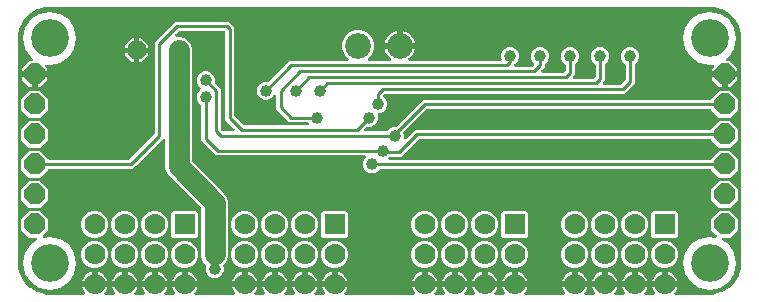
<source format=gbr>
G04 EAGLE Gerber RS-274X export*
G75*
%MOMM*%
%FSLAX34Y34*%
%LPD*%
%INBottom Copper*%
%IPPOS*%
%AMOC8*
5,1,8,0,0,1.08239X$1,22.5*%
G01*
%ADD10C,2.184400*%
%ADD11C,3.200000*%
%ADD12P,1.732040X8X202.500000*%
%ADD13C,1.600200*%
%ADD14P,1.924489X8X202.500000*%
%ADD15R,1.778000X1.778000*%
%ADD16C,1.778000*%
%ADD17C,1.778000*%
%ADD18C,1.008000*%
%ADD19C,0.254000*%
%ADD20C,0.908000*%

G36*
X-250794Y5086D02*
X-250794Y5086D01*
X-250755Y5083D01*
X-250637Y5106D01*
X-250518Y5121D01*
X-250481Y5135D01*
X-250442Y5143D01*
X-250334Y5194D01*
X-250223Y5238D01*
X-250190Y5261D01*
X-250154Y5278D01*
X-250062Y5354D01*
X-249965Y5424D01*
X-249940Y5455D01*
X-249909Y5480D01*
X-249839Y5577D01*
X-249762Y5669D01*
X-249746Y5705D01*
X-249722Y5738D01*
X-249678Y5849D01*
X-249627Y5957D01*
X-249619Y5996D01*
X-249605Y6033D01*
X-249590Y6152D01*
X-249567Y6269D01*
X-249570Y6309D01*
X-249565Y6349D01*
X-249579Y6468D01*
X-249587Y6587D01*
X-249599Y6625D01*
X-249604Y6664D01*
X-249648Y6776D01*
X-249685Y6889D01*
X-249706Y6923D01*
X-249721Y6960D01*
X-249807Y7096D01*
X-250642Y8245D01*
X-251423Y9777D01*
X-251954Y11412D01*
X-251963Y11471D01*
X-242530Y11471D01*
X-242412Y11486D01*
X-242293Y11493D01*
X-242255Y11505D01*
X-242215Y11511D01*
X-242104Y11554D01*
X-241991Y11591D01*
X-241957Y11613D01*
X-241919Y11628D01*
X-241823Y11697D01*
X-241722Y11761D01*
X-241694Y11791D01*
X-241662Y11814D01*
X-241586Y11906D01*
X-241504Y11993D01*
X-241485Y12028D01*
X-241459Y12059D01*
X-241408Y12167D01*
X-241351Y12271D01*
X-241341Y12311D01*
X-241323Y12347D01*
X-241303Y12454D01*
X-241299Y12424D01*
X-241255Y12314D01*
X-241219Y12201D01*
X-241197Y12166D01*
X-241182Y12129D01*
X-241112Y12032D01*
X-241049Y11932D01*
X-241019Y11904D01*
X-240995Y11871D01*
X-240904Y11795D01*
X-240817Y11714D01*
X-240782Y11694D01*
X-240750Y11669D01*
X-240643Y11618D01*
X-240538Y11560D01*
X-240499Y11550D01*
X-240463Y11533D01*
X-240346Y11511D01*
X-240230Y11481D01*
X-240170Y11477D01*
X-240150Y11473D01*
X-240130Y11475D01*
X-240070Y11471D01*
X-230637Y11471D01*
X-230646Y11412D01*
X-231177Y9777D01*
X-231958Y8245D01*
X-232793Y7096D01*
X-232812Y7061D01*
X-232838Y7031D01*
X-232889Y6922D01*
X-232946Y6817D01*
X-232956Y6779D01*
X-232973Y6743D01*
X-232996Y6626D01*
X-233025Y6509D01*
X-233025Y6469D01*
X-233033Y6430D01*
X-233025Y6311D01*
X-233025Y6191D01*
X-233016Y6153D01*
X-233013Y6113D01*
X-232976Y5999D01*
X-232946Y5883D01*
X-232927Y5848D01*
X-232915Y5811D01*
X-232851Y5709D01*
X-232793Y5604D01*
X-232766Y5575D01*
X-232745Y5542D01*
X-232658Y5460D01*
X-232576Y5373D01*
X-232542Y5351D01*
X-232513Y5324D01*
X-232408Y5266D01*
X-232307Y5202D01*
X-232270Y5190D01*
X-232235Y5170D01*
X-232119Y5141D01*
X-232005Y5103D01*
X-231965Y5101D01*
X-231927Y5091D01*
X-231766Y5081D01*
X-225434Y5081D01*
X-225394Y5086D01*
X-225355Y5083D01*
X-225237Y5106D01*
X-225118Y5121D01*
X-225081Y5135D01*
X-225042Y5143D01*
X-224934Y5194D01*
X-224823Y5238D01*
X-224790Y5261D01*
X-224754Y5278D01*
X-224662Y5354D01*
X-224565Y5424D01*
X-224540Y5455D01*
X-224509Y5480D01*
X-224439Y5577D01*
X-224362Y5669D01*
X-224346Y5705D01*
X-224322Y5738D01*
X-224278Y5849D01*
X-224227Y5957D01*
X-224219Y5996D01*
X-224205Y6033D01*
X-224190Y6152D01*
X-224167Y6269D01*
X-224170Y6309D01*
X-224165Y6349D01*
X-224179Y6468D01*
X-224187Y6587D01*
X-224199Y6625D01*
X-224204Y6664D01*
X-224248Y6776D01*
X-224285Y6889D01*
X-224306Y6923D01*
X-224321Y6960D01*
X-224407Y7096D01*
X-225242Y8245D01*
X-226023Y9777D01*
X-226554Y11412D01*
X-226563Y11471D01*
X-217130Y11471D01*
X-217012Y11486D01*
X-216893Y11493D01*
X-216855Y11505D01*
X-216815Y11511D01*
X-216704Y11554D01*
X-216591Y11591D01*
X-216557Y11613D01*
X-216519Y11628D01*
X-216423Y11697D01*
X-216322Y11761D01*
X-216294Y11791D01*
X-216262Y11814D01*
X-216186Y11906D01*
X-216104Y11993D01*
X-216085Y12028D01*
X-216059Y12059D01*
X-216008Y12167D01*
X-215951Y12271D01*
X-215941Y12311D01*
X-215923Y12347D01*
X-215903Y12454D01*
X-215899Y12424D01*
X-215855Y12314D01*
X-215819Y12201D01*
X-215797Y12166D01*
X-215782Y12129D01*
X-215712Y12032D01*
X-215649Y11932D01*
X-215619Y11904D01*
X-215595Y11871D01*
X-215504Y11795D01*
X-215417Y11714D01*
X-215382Y11694D01*
X-215350Y11669D01*
X-215243Y11618D01*
X-215138Y11560D01*
X-215099Y11550D01*
X-215063Y11533D01*
X-214946Y11511D01*
X-214830Y11481D01*
X-214770Y11477D01*
X-214750Y11473D01*
X-214730Y11475D01*
X-214670Y11471D01*
X-205237Y11471D01*
X-205246Y11412D01*
X-205777Y9777D01*
X-206558Y8245D01*
X-207393Y7096D01*
X-207412Y7061D01*
X-207438Y7031D01*
X-207489Y6922D01*
X-207546Y6817D01*
X-207556Y6779D01*
X-207573Y6743D01*
X-207596Y6626D01*
X-207625Y6509D01*
X-207625Y6469D01*
X-207633Y6430D01*
X-207625Y6311D01*
X-207625Y6191D01*
X-207616Y6153D01*
X-207613Y6113D01*
X-207576Y5999D01*
X-207546Y5883D01*
X-207527Y5848D01*
X-207515Y5811D01*
X-207451Y5709D01*
X-207393Y5604D01*
X-207366Y5575D01*
X-207345Y5542D01*
X-207258Y5460D01*
X-207176Y5373D01*
X-207142Y5351D01*
X-207113Y5324D01*
X-207008Y5266D01*
X-206907Y5202D01*
X-206870Y5190D01*
X-206835Y5170D01*
X-206719Y5141D01*
X-206605Y5103D01*
X-206565Y5101D01*
X-206527Y5091D01*
X-206366Y5081D01*
X-200034Y5081D01*
X-199994Y5086D01*
X-199955Y5083D01*
X-199837Y5106D01*
X-199718Y5121D01*
X-199681Y5135D01*
X-199642Y5143D01*
X-199534Y5194D01*
X-199423Y5238D01*
X-199390Y5261D01*
X-199354Y5278D01*
X-199262Y5354D01*
X-199165Y5424D01*
X-199140Y5455D01*
X-199109Y5480D01*
X-199039Y5577D01*
X-198962Y5669D01*
X-198946Y5705D01*
X-198922Y5738D01*
X-198878Y5849D01*
X-198827Y5957D01*
X-198819Y5996D01*
X-198805Y6033D01*
X-198790Y6152D01*
X-198767Y6269D01*
X-198770Y6309D01*
X-198765Y6349D01*
X-198779Y6468D01*
X-198787Y6587D01*
X-198799Y6625D01*
X-198804Y6664D01*
X-198848Y6776D01*
X-198885Y6889D01*
X-198906Y6923D01*
X-198921Y6960D01*
X-199007Y7096D01*
X-199842Y8245D01*
X-200623Y9777D01*
X-201154Y11412D01*
X-201163Y11471D01*
X-191730Y11471D01*
X-191612Y11486D01*
X-191493Y11493D01*
X-191455Y11505D01*
X-191415Y11511D01*
X-191304Y11554D01*
X-191191Y11591D01*
X-191157Y11613D01*
X-191119Y11628D01*
X-191023Y11697D01*
X-190922Y11761D01*
X-190894Y11791D01*
X-190862Y11814D01*
X-190786Y11906D01*
X-190704Y11993D01*
X-190685Y12028D01*
X-190659Y12059D01*
X-190608Y12167D01*
X-190551Y12271D01*
X-190541Y12311D01*
X-190523Y12347D01*
X-190503Y12454D01*
X-190499Y12424D01*
X-190455Y12314D01*
X-190419Y12201D01*
X-190397Y12166D01*
X-190382Y12129D01*
X-190312Y12032D01*
X-190249Y11932D01*
X-190219Y11904D01*
X-190195Y11871D01*
X-190104Y11795D01*
X-190017Y11714D01*
X-189982Y11694D01*
X-189950Y11669D01*
X-189843Y11618D01*
X-189738Y11560D01*
X-189699Y11550D01*
X-189663Y11533D01*
X-189546Y11511D01*
X-189430Y11481D01*
X-189370Y11477D01*
X-189350Y11473D01*
X-189330Y11475D01*
X-189270Y11471D01*
X-179837Y11471D01*
X-179846Y11412D01*
X-180377Y9777D01*
X-181158Y8245D01*
X-181993Y7096D01*
X-182012Y7061D01*
X-182038Y7031D01*
X-182089Y6922D01*
X-182146Y6817D01*
X-182156Y6779D01*
X-182173Y6743D01*
X-182196Y6626D01*
X-182225Y6509D01*
X-182225Y6469D01*
X-182233Y6430D01*
X-182225Y6311D01*
X-182225Y6191D01*
X-182216Y6153D01*
X-182213Y6113D01*
X-182176Y5999D01*
X-182146Y5883D01*
X-182127Y5848D01*
X-182115Y5811D01*
X-182051Y5709D01*
X-181993Y5604D01*
X-181966Y5575D01*
X-181945Y5542D01*
X-181858Y5460D01*
X-181776Y5373D01*
X-181742Y5351D01*
X-181713Y5324D01*
X-181608Y5266D01*
X-181507Y5202D01*
X-181470Y5190D01*
X-181435Y5170D01*
X-181319Y5141D01*
X-181205Y5103D01*
X-181165Y5101D01*
X-181127Y5091D01*
X-180966Y5081D01*
X-174634Y5081D01*
X-174594Y5086D01*
X-174555Y5083D01*
X-174437Y5106D01*
X-174318Y5121D01*
X-174281Y5135D01*
X-174242Y5143D01*
X-174134Y5194D01*
X-174023Y5238D01*
X-173990Y5261D01*
X-173954Y5278D01*
X-173862Y5354D01*
X-173765Y5424D01*
X-173740Y5455D01*
X-173709Y5480D01*
X-173639Y5577D01*
X-173562Y5669D01*
X-173546Y5705D01*
X-173522Y5738D01*
X-173478Y5849D01*
X-173427Y5957D01*
X-173419Y5996D01*
X-173405Y6033D01*
X-173390Y6152D01*
X-173367Y6269D01*
X-173370Y6309D01*
X-173365Y6349D01*
X-173379Y6468D01*
X-173387Y6587D01*
X-173399Y6625D01*
X-173404Y6664D01*
X-173448Y6776D01*
X-173485Y6889D01*
X-173506Y6923D01*
X-173521Y6960D01*
X-173607Y7096D01*
X-174442Y8245D01*
X-175223Y9777D01*
X-175754Y11412D01*
X-175763Y11471D01*
X-166330Y11471D01*
X-166212Y11486D01*
X-166093Y11493D01*
X-166055Y11505D01*
X-166015Y11511D01*
X-165904Y11554D01*
X-165791Y11591D01*
X-165757Y11613D01*
X-165719Y11628D01*
X-165623Y11697D01*
X-165522Y11761D01*
X-165494Y11791D01*
X-165462Y11814D01*
X-165386Y11906D01*
X-165304Y11993D01*
X-165285Y12028D01*
X-165259Y12059D01*
X-165208Y12167D01*
X-165151Y12271D01*
X-165141Y12311D01*
X-165123Y12347D01*
X-165103Y12454D01*
X-165099Y12424D01*
X-165055Y12314D01*
X-165019Y12201D01*
X-164997Y12166D01*
X-164982Y12129D01*
X-164912Y12032D01*
X-164849Y11932D01*
X-164819Y11904D01*
X-164795Y11871D01*
X-164704Y11795D01*
X-164617Y11714D01*
X-164582Y11694D01*
X-164550Y11669D01*
X-164443Y11618D01*
X-164338Y11560D01*
X-164299Y11550D01*
X-164263Y11533D01*
X-164146Y11511D01*
X-164030Y11481D01*
X-163970Y11477D01*
X-163950Y11473D01*
X-163930Y11475D01*
X-163870Y11471D01*
X-154437Y11471D01*
X-154446Y11412D01*
X-154977Y9777D01*
X-155758Y8245D01*
X-156593Y7096D01*
X-156612Y7061D01*
X-156638Y7031D01*
X-156689Y6922D01*
X-156746Y6817D01*
X-156756Y6779D01*
X-156773Y6743D01*
X-156796Y6626D01*
X-156825Y6509D01*
X-156825Y6469D01*
X-156833Y6430D01*
X-156825Y6311D01*
X-156825Y6191D01*
X-156816Y6153D01*
X-156813Y6113D01*
X-156776Y5999D01*
X-156746Y5883D01*
X-156727Y5848D01*
X-156715Y5811D01*
X-156651Y5709D01*
X-156593Y5604D01*
X-156566Y5575D01*
X-156545Y5542D01*
X-156458Y5460D01*
X-156376Y5373D01*
X-156342Y5351D01*
X-156313Y5324D01*
X-156208Y5266D01*
X-156107Y5202D01*
X-156070Y5190D01*
X-156035Y5170D01*
X-155919Y5141D01*
X-155805Y5103D01*
X-155765Y5101D01*
X-155727Y5091D01*
X-155566Y5081D01*
X-123834Y5081D01*
X-123794Y5086D01*
X-123755Y5083D01*
X-123637Y5106D01*
X-123518Y5121D01*
X-123481Y5135D01*
X-123442Y5143D01*
X-123334Y5194D01*
X-123223Y5238D01*
X-123190Y5261D01*
X-123154Y5278D01*
X-123062Y5354D01*
X-122965Y5424D01*
X-122940Y5455D01*
X-122909Y5480D01*
X-122839Y5577D01*
X-122762Y5669D01*
X-122746Y5705D01*
X-122722Y5738D01*
X-122678Y5849D01*
X-122627Y5957D01*
X-122619Y5996D01*
X-122605Y6033D01*
X-122590Y6152D01*
X-122567Y6269D01*
X-122570Y6309D01*
X-122565Y6349D01*
X-122579Y6468D01*
X-122587Y6587D01*
X-122599Y6625D01*
X-122604Y6664D01*
X-122648Y6776D01*
X-122685Y6889D01*
X-122706Y6923D01*
X-122721Y6960D01*
X-122807Y7096D01*
X-123642Y8245D01*
X-124423Y9777D01*
X-124954Y11412D01*
X-124963Y11471D01*
X-115530Y11471D01*
X-115412Y11486D01*
X-115293Y11493D01*
X-115255Y11505D01*
X-115215Y11511D01*
X-115104Y11554D01*
X-114991Y11591D01*
X-114957Y11613D01*
X-114919Y11628D01*
X-114823Y11697D01*
X-114722Y11761D01*
X-114694Y11791D01*
X-114662Y11814D01*
X-114586Y11906D01*
X-114504Y11993D01*
X-114485Y12028D01*
X-114459Y12059D01*
X-114408Y12167D01*
X-114351Y12271D01*
X-114341Y12311D01*
X-114323Y12347D01*
X-114303Y12454D01*
X-114299Y12424D01*
X-114255Y12314D01*
X-114219Y12201D01*
X-114197Y12166D01*
X-114182Y12129D01*
X-114112Y12032D01*
X-114049Y11932D01*
X-114019Y11904D01*
X-113995Y11871D01*
X-113904Y11795D01*
X-113817Y11714D01*
X-113782Y11694D01*
X-113750Y11669D01*
X-113643Y11618D01*
X-113538Y11560D01*
X-113499Y11550D01*
X-113463Y11533D01*
X-113346Y11511D01*
X-113230Y11481D01*
X-113170Y11477D01*
X-113150Y11473D01*
X-113130Y11475D01*
X-113070Y11471D01*
X-103637Y11471D01*
X-103646Y11412D01*
X-104177Y9777D01*
X-104958Y8245D01*
X-105793Y7096D01*
X-105812Y7061D01*
X-105838Y7031D01*
X-105889Y6922D01*
X-105946Y6817D01*
X-105956Y6779D01*
X-105973Y6743D01*
X-105996Y6626D01*
X-106025Y6509D01*
X-106025Y6469D01*
X-106033Y6430D01*
X-106025Y6311D01*
X-106025Y6191D01*
X-106016Y6153D01*
X-106013Y6113D01*
X-105976Y5999D01*
X-105946Y5883D01*
X-105927Y5848D01*
X-105915Y5811D01*
X-105851Y5709D01*
X-105793Y5604D01*
X-105766Y5575D01*
X-105745Y5542D01*
X-105658Y5460D01*
X-105576Y5373D01*
X-105542Y5351D01*
X-105513Y5324D01*
X-105408Y5266D01*
X-105307Y5202D01*
X-105270Y5190D01*
X-105235Y5170D01*
X-105119Y5141D01*
X-105005Y5103D01*
X-104965Y5101D01*
X-104927Y5091D01*
X-104766Y5081D01*
X-98434Y5081D01*
X-98394Y5086D01*
X-98355Y5083D01*
X-98237Y5106D01*
X-98118Y5121D01*
X-98081Y5135D01*
X-98042Y5143D01*
X-97934Y5194D01*
X-97823Y5238D01*
X-97790Y5261D01*
X-97754Y5278D01*
X-97662Y5354D01*
X-97565Y5424D01*
X-97540Y5455D01*
X-97509Y5480D01*
X-97439Y5577D01*
X-97362Y5669D01*
X-97346Y5705D01*
X-97322Y5738D01*
X-97278Y5849D01*
X-97227Y5957D01*
X-97219Y5996D01*
X-97205Y6033D01*
X-97190Y6152D01*
X-97167Y6269D01*
X-97170Y6309D01*
X-97165Y6349D01*
X-97179Y6468D01*
X-97187Y6587D01*
X-97199Y6625D01*
X-97204Y6664D01*
X-97248Y6776D01*
X-97285Y6889D01*
X-97306Y6923D01*
X-97321Y6960D01*
X-97407Y7096D01*
X-98242Y8245D01*
X-99023Y9777D01*
X-99554Y11412D01*
X-99563Y11471D01*
X-90130Y11471D01*
X-90012Y11486D01*
X-89893Y11493D01*
X-89855Y11505D01*
X-89815Y11511D01*
X-89704Y11554D01*
X-89591Y11591D01*
X-89557Y11613D01*
X-89519Y11628D01*
X-89423Y11697D01*
X-89322Y11761D01*
X-89294Y11791D01*
X-89262Y11814D01*
X-89186Y11906D01*
X-89104Y11993D01*
X-89085Y12028D01*
X-89059Y12059D01*
X-89008Y12167D01*
X-88951Y12271D01*
X-88941Y12311D01*
X-88923Y12347D01*
X-88903Y12454D01*
X-88899Y12424D01*
X-88855Y12314D01*
X-88819Y12201D01*
X-88797Y12166D01*
X-88782Y12129D01*
X-88712Y12032D01*
X-88649Y11932D01*
X-88619Y11904D01*
X-88595Y11871D01*
X-88504Y11795D01*
X-88417Y11714D01*
X-88382Y11694D01*
X-88350Y11669D01*
X-88243Y11618D01*
X-88138Y11560D01*
X-88099Y11550D01*
X-88063Y11533D01*
X-87946Y11511D01*
X-87830Y11481D01*
X-87770Y11477D01*
X-87750Y11473D01*
X-87730Y11475D01*
X-87670Y11471D01*
X-78237Y11471D01*
X-78246Y11412D01*
X-78777Y9777D01*
X-79558Y8245D01*
X-80393Y7096D01*
X-80412Y7061D01*
X-80438Y7031D01*
X-80489Y6922D01*
X-80546Y6817D01*
X-80556Y6779D01*
X-80573Y6743D01*
X-80596Y6626D01*
X-80625Y6509D01*
X-80625Y6469D01*
X-80633Y6430D01*
X-80625Y6311D01*
X-80625Y6191D01*
X-80616Y6153D01*
X-80613Y6113D01*
X-80576Y5999D01*
X-80546Y5883D01*
X-80527Y5848D01*
X-80515Y5811D01*
X-80451Y5709D01*
X-80393Y5604D01*
X-80366Y5575D01*
X-80345Y5542D01*
X-80258Y5460D01*
X-80176Y5373D01*
X-80142Y5351D01*
X-80113Y5324D01*
X-80008Y5266D01*
X-79907Y5202D01*
X-79870Y5190D01*
X-79835Y5170D01*
X-79719Y5141D01*
X-79605Y5103D01*
X-79565Y5101D01*
X-79527Y5091D01*
X-79366Y5081D01*
X-73034Y5081D01*
X-72994Y5086D01*
X-72955Y5083D01*
X-72837Y5106D01*
X-72718Y5121D01*
X-72681Y5135D01*
X-72642Y5143D01*
X-72534Y5194D01*
X-72423Y5238D01*
X-72390Y5261D01*
X-72354Y5278D01*
X-72262Y5354D01*
X-72165Y5424D01*
X-72140Y5455D01*
X-72109Y5480D01*
X-72039Y5577D01*
X-71962Y5669D01*
X-71946Y5705D01*
X-71922Y5738D01*
X-71878Y5849D01*
X-71827Y5957D01*
X-71819Y5996D01*
X-71805Y6033D01*
X-71790Y6152D01*
X-71767Y6269D01*
X-71770Y6309D01*
X-71765Y6349D01*
X-71779Y6468D01*
X-71787Y6587D01*
X-71799Y6625D01*
X-71804Y6664D01*
X-71848Y6776D01*
X-71885Y6889D01*
X-71906Y6923D01*
X-71921Y6960D01*
X-72007Y7096D01*
X-72842Y8245D01*
X-73623Y9777D01*
X-74154Y11412D01*
X-74163Y11471D01*
X-64730Y11471D01*
X-64612Y11486D01*
X-64493Y11493D01*
X-64455Y11505D01*
X-64415Y11511D01*
X-64304Y11554D01*
X-64191Y11591D01*
X-64157Y11613D01*
X-64119Y11628D01*
X-64023Y11697D01*
X-63922Y11761D01*
X-63894Y11791D01*
X-63862Y11814D01*
X-63786Y11906D01*
X-63704Y11993D01*
X-63685Y12028D01*
X-63659Y12059D01*
X-63608Y12167D01*
X-63551Y12271D01*
X-63541Y12311D01*
X-63523Y12347D01*
X-63503Y12454D01*
X-63499Y12424D01*
X-63455Y12314D01*
X-63419Y12201D01*
X-63397Y12166D01*
X-63382Y12129D01*
X-63312Y12032D01*
X-63249Y11932D01*
X-63219Y11904D01*
X-63195Y11871D01*
X-63104Y11795D01*
X-63017Y11714D01*
X-62982Y11694D01*
X-62950Y11669D01*
X-62843Y11618D01*
X-62738Y11560D01*
X-62699Y11550D01*
X-62663Y11533D01*
X-62546Y11511D01*
X-62430Y11481D01*
X-62370Y11477D01*
X-62350Y11473D01*
X-62330Y11475D01*
X-62270Y11471D01*
X-52837Y11471D01*
X-52846Y11412D01*
X-53377Y9777D01*
X-54158Y8245D01*
X-54993Y7096D01*
X-55012Y7061D01*
X-55038Y7031D01*
X-55089Y6922D01*
X-55146Y6817D01*
X-55156Y6779D01*
X-55173Y6743D01*
X-55196Y6626D01*
X-55225Y6509D01*
X-55225Y6469D01*
X-55233Y6430D01*
X-55225Y6311D01*
X-55225Y6191D01*
X-55216Y6153D01*
X-55213Y6113D01*
X-55176Y5999D01*
X-55146Y5883D01*
X-55127Y5848D01*
X-55115Y5811D01*
X-55051Y5709D01*
X-54993Y5604D01*
X-54966Y5575D01*
X-54945Y5542D01*
X-54858Y5460D01*
X-54776Y5373D01*
X-54742Y5351D01*
X-54713Y5324D01*
X-54608Y5266D01*
X-54507Y5202D01*
X-54470Y5190D01*
X-54435Y5170D01*
X-54319Y5141D01*
X-54205Y5103D01*
X-54165Y5101D01*
X-54127Y5091D01*
X-53966Y5081D01*
X-47634Y5081D01*
X-47594Y5086D01*
X-47555Y5083D01*
X-47437Y5106D01*
X-47318Y5121D01*
X-47281Y5135D01*
X-47242Y5143D01*
X-47134Y5194D01*
X-47023Y5238D01*
X-46990Y5261D01*
X-46954Y5278D01*
X-46862Y5354D01*
X-46765Y5424D01*
X-46740Y5455D01*
X-46709Y5480D01*
X-46639Y5577D01*
X-46562Y5669D01*
X-46546Y5705D01*
X-46522Y5738D01*
X-46478Y5849D01*
X-46427Y5957D01*
X-46419Y5996D01*
X-46405Y6033D01*
X-46390Y6152D01*
X-46367Y6269D01*
X-46370Y6309D01*
X-46365Y6349D01*
X-46379Y6468D01*
X-46387Y6587D01*
X-46399Y6625D01*
X-46404Y6664D01*
X-46448Y6776D01*
X-46485Y6889D01*
X-46506Y6923D01*
X-46521Y6960D01*
X-46607Y7096D01*
X-47442Y8245D01*
X-48223Y9777D01*
X-48754Y11412D01*
X-48763Y11471D01*
X-39330Y11471D01*
X-39212Y11486D01*
X-39093Y11493D01*
X-39055Y11505D01*
X-39015Y11511D01*
X-38904Y11554D01*
X-38791Y11591D01*
X-38757Y11613D01*
X-38719Y11628D01*
X-38623Y11697D01*
X-38522Y11761D01*
X-38494Y11791D01*
X-38462Y11814D01*
X-38386Y11906D01*
X-38304Y11993D01*
X-38285Y12028D01*
X-38259Y12059D01*
X-38208Y12167D01*
X-38151Y12271D01*
X-38141Y12311D01*
X-38123Y12347D01*
X-38103Y12454D01*
X-38099Y12424D01*
X-38055Y12314D01*
X-38019Y12201D01*
X-37997Y12166D01*
X-37982Y12129D01*
X-37912Y12032D01*
X-37849Y11932D01*
X-37819Y11904D01*
X-37795Y11871D01*
X-37704Y11795D01*
X-37617Y11714D01*
X-37582Y11694D01*
X-37550Y11669D01*
X-37443Y11618D01*
X-37338Y11560D01*
X-37299Y11550D01*
X-37263Y11533D01*
X-37146Y11511D01*
X-37030Y11481D01*
X-36970Y11477D01*
X-36950Y11473D01*
X-36930Y11475D01*
X-36870Y11471D01*
X-27437Y11471D01*
X-27446Y11412D01*
X-27977Y9777D01*
X-28758Y8245D01*
X-29593Y7096D01*
X-29612Y7061D01*
X-29638Y7031D01*
X-29689Y6922D01*
X-29746Y6817D01*
X-29756Y6779D01*
X-29773Y6743D01*
X-29796Y6626D01*
X-29825Y6509D01*
X-29825Y6469D01*
X-29833Y6430D01*
X-29825Y6311D01*
X-29825Y6191D01*
X-29816Y6153D01*
X-29813Y6113D01*
X-29776Y5999D01*
X-29746Y5883D01*
X-29727Y5848D01*
X-29715Y5811D01*
X-29651Y5709D01*
X-29593Y5604D01*
X-29566Y5575D01*
X-29545Y5542D01*
X-29458Y5460D01*
X-29376Y5373D01*
X-29342Y5351D01*
X-29313Y5324D01*
X-29208Y5266D01*
X-29107Y5202D01*
X-29070Y5190D01*
X-29035Y5170D01*
X-28919Y5141D01*
X-28805Y5103D01*
X-28765Y5101D01*
X-28727Y5091D01*
X-28566Y5081D01*
X28566Y5081D01*
X28606Y5086D01*
X28645Y5083D01*
X28763Y5106D01*
X28882Y5121D01*
X28919Y5135D01*
X28958Y5143D01*
X29066Y5194D01*
X29177Y5238D01*
X29210Y5261D01*
X29246Y5278D01*
X29338Y5354D01*
X29435Y5424D01*
X29460Y5455D01*
X29491Y5480D01*
X29561Y5577D01*
X29638Y5669D01*
X29654Y5705D01*
X29678Y5738D01*
X29722Y5849D01*
X29773Y5957D01*
X29781Y5996D01*
X29795Y6033D01*
X29810Y6152D01*
X29833Y6269D01*
X29830Y6309D01*
X29835Y6349D01*
X29821Y6468D01*
X29813Y6587D01*
X29801Y6625D01*
X29796Y6664D01*
X29752Y6776D01*
X29715Y6889D01*
X29694Y6923D01*
X29679Y6960D01*
X29593Y7096D01*
X28758Y8245D01*
X27977Y9777D01*
X27446Y11412D01*
X27437Y11471D01*
X36870Y11471D01*
X36988Y11486D01*
X37107Y11493D01*
X37145Y11505D01*
X37185Y11511D01*
X37296Y11554D01*
X37409Y11591D01*
X37443Y11613D01*
X37481Y11628D01*
X37577Y11697D01*
X37678Y11761D01*
X37706Y11791D01*
X37738Y11814D01*
X37814Y11906D01*
X37896Y11993D01*
X37915Y12028D01*
X37941Y12059D01*
X37992Y12167D01*
X38049Y12271D01*
X38059Y12311D01*
X38077Y12347D01*
X38097Y12454D01*
X38101Y12424D01*
X38145Y12314D01*
X38181Y12201D01*
X38203Y12166D01*
X38218Y12129D01*
X38288Y12032D01*
X38351Y11932D01*
X38381Y11904D01*
X38405Y11871D01*
X38496Y11795D01*
X38583Y11714D01*
X38618Y11694D01*
X38650Y11669D01*
X38757Y11618D01*
X38862Y11560D01*
X38901Y11550D01*
X38937Y11533D01*
X39054Y11511D01*
X39170Y11481D01*
X39230Y11477D01*
X39250Y11473D01*
X39270Y11475D01*
X39330Y11471D01*
X48763Y11471D01*
X48754Y11412D01*
X48223Y9777D01*
X47442Y8245D01*
X46607Y7096D01*
X46588Y7061D01*
X46562Y7031D01*
X46511Y6922D01*
X46454Y6817D01*
X46444Y6779D01*
X46427Y6743D01*
X46404Y6626D01*
X46375Y6509D01*
X46375Y6469D01*
X46367Y6430D01*
X46375Y6311D01*
X46375Y6191D01*
X46384Y6153D01*
X46387Y6113D01*
X46424Y5999D01*
X46454Y5883D01*
X46473Y5848D01*
X46485Y5811D01*
X46549Y5709D01*
X46607Y5604D01*
X46634Y5575D01*
X46655Y5542D01*
X46742Y5460D01*
X46824Y5373D01*
X46858Y5351D01*
X46887Y5324D01*
X46992Y5266D01*
X47093Y5202D01*
X47130Y5190D01*
X47165Y5170D01*
X47281Y5141D01*
X47395Y5103D01*
X47435Y5101D01*
X47473Y5091D01*
X47634Y5081D01*
X53966Y5081D01*
X54006Y5086D01*
X54045Y5083D01*
X54163Y5106D01*
X54282Y5121D01*
X54319Y5135D01*
X54358Y5143D01*
X54466Y5194D01*
X54577Y5238D01*
X54610Y5261D01*
X54646Y5278D01*
X54738Y5354D01*
X54835Y5424D01*
X54860Y5455D01*
X54891Y5480D01*
X54961Y5577D01*
X55038Y5669D01*
X55055Y5705D01*
X55078Y5738D01*
X55122Y5849D01*
X55173Y5957D01*
X55181Y5996D01*
X55195Y6033D01*
X55210Y6152D01*
X55233Y6269D01*
X55230Y6309D01*
X55235Y6349D01*
X55221Y6467D01*
X55213Y6587D01*
X55201Y6625D01*
X55196Y6664D01*
X55152Y6776D01*
X55115Y6889D01*
X55094Y6923D01*
X55079Y6960D01*
X54993Y7096D01*
X54158Y8245D01*
X53377Y9777D01*
X52846Y11412D01*
X52837Y11471D01*
X62270Y11471D01*
X62388Y11486D01*
X62507Y11493D01*
X62545Y11505D01*
X62585Y11511D01*
X62696Y11554D01*
X62809Y11591D01*
X62843Y11613D01*
X62881Y11628D01*
X62977Y11697D01*
X63078Y11761D01*
X63106Y11791D01*
X63138Y11814D01*
X63214Y11906D01*
X63296Y11993D01*
X63315Y12028D01*
X63341Y12059D01*
X63392Y12167D01*
X63449Y12271D01*
X63459Y12311D01*
X63477Y12347D01*
X63497Y12454D01*
X63501Y12424D01*
X63545Y12314D01*
X63581Y12201D01*
X63603Y12166D01*
X63618Y12129D01*
X63688Y12032D01*
X63751Y11932D01*
X63781Y11904D01*
X63805Y11871D01*
X63896Y11795D01*
X63983Y11714D01*
X64018Y11694D01*
X64050Y11669D01*
X64157Y11618D01*
X64262Y11560D01*
X64301Y11550D01*
X64337Y11533D01*
X64454Y11511D01*
X64570Y11481D01*
X64630Y11477D01*
X64650Y11473D01*
X64670Y11475D01*
X64730Y11471D01*
X74163Y11471D01*
X74154Y11412D01*
X73623Y9777D01*
X72842Y8245D01*
X72007Y7096D01*
X71988Y7061D01*
X71962Y7031D01*
X71911Y6922D01*
X71854Y6817D01*
X71844Y6779D01*
X71827Y6743D01*
X71804Y6626D01*
X71775Y6509D01*
X71775Y6469D01*
X71767Y6430D01*
X71775Y6311D01*
X71775Y6191D01*
X71784Y6153D01*
X71787Y6113D01*
X71824Y5999D01*
X71853Y5883D01*
X71873Y5848D01*
X71885Y5811D01*
X71949Y5709D01*
X72007Y5605D01*
X72034Y5576D01*
X72055Y5542D01*
X72142Y5460D01*
X72224Y5373D01*
X72258Y5351D01*
X72287Y5324D01*
X72392Y5266D01*
X72492Y5202D01*
X72530Y5190D01*
X72565Y5170D01*
X72681Y5141D01*
X72795Y5103D01*
X72835Y5101D01*
X72873Y5091D01*
X73034Y5081D01*
X79366Y5081D01*
X79406Y5086D01*
X79445Y5083D01*
X79563Y5106D01*
X79682Y5121D01*
X79719Y5135D01*
X79758Y5143D01*
X79866Y5194D01*
X79977Y5238D01*
X80010Y5261D01*
X80046Y5278D01*
X80138Y5354D01*
X80235Y5424D01*
X80260Y5455D01*
X80291Y5480D01*
X80361Y5577D01*
X80438Y5669D01*
X80454Y5705D01*
X80478Y5738D01*
X80522Y5849D01*
X80573Y5957D01*
X80581Y5996D01*
X80595Y6033D01*
X80610Y6152D01*
X80633Y6269D01*
X80630Y6309D01*
X80635Y6349D01*
X80621Y6468D01*
X80613Y6587D01*
X80601Y6625D01*
X80596Y6664D01*
X80552Y6776D01*
X80515Y6889D01*
X80494Y6923D01*
X80479Y6960D01*
X80393Y7096D01*
X79558Y8245D01*
X78777Y9777D01*
X78246Y11412D01*
X78237Y11471D01*
X87670Y11471D01*
X87788Y11486D01*
X87907Y11493D01*
X87945Y11505D01*
X87985Y11511D01*
X88096Y11554D01*
X88209Y11591D01*
X88243Y11613D01*
X88281Y11628D01*
X88377Y11697D01*
X88478Y11761D01*
X88506Y11791D01*
X88538Y11814D01*
X88614Y11906D01*
X88696Y11993D01*
X88715Y12028D01*
X88741Y12059D01*
X88792Y12167D01*
X88849Y12271D01*
X88859Y12311D01*
X88877Y12347D01*
X88897Y12454D01*
X88901Y12424D01*
X88945Y12314D01*
X88981Y12201D01*
X89003Y12166D01*
X89018Y12129D01*
X89088Y12032D01*
X89151Y11932D01*
X89181Y11904D01*
X89205Y11871D01*
X89296Y11795D01*
X89383Y11714D01*
X89418Y11694D01*
X89450Y11669D01*
X89557Y11618D01*
X89662Y11560D01*
X89701Y11550D01*
X89737Y11533D01*
X89854Y11511D01*
X89970Y11481D01*
X90030Y11477D01*
X90050Y11473D01*
X90070Y11475D01*
X90130Y11471D01*
X99563Y11471D01*
X99554Y11412D01*
X99023Y9777D01*
X98242Y8245D01*
X97407Y7096D01*
X97388Y7061D01*
X97362Y7031D01*
X97311Y6922D01*
X97254Y6817D01*
X97244Y6779D01*
X97227Y6743D01*
X97204Y6626D01*
X97175Y6509D01*
X97175Y6469D01*
X97167Y6430D01*
X97175Y6311D01*
X97175Y6191D01*
X97184Y6153D01*
X97187Y6113D01*
X97224Y5999D01*
X97254Y5883D01*
X97273Y5848D01*
X97285Y5811D01*
X97349Y5709D01*
X97407Y5604D01*
X97434Y5575D01*
X97455Y5542D01*
X97542Y5460D01*
X97624Y5373D01*
X97658Y5351D01*
X97687Y5324D01*
X97792Y5266D01*
X97893Y5202D01*
X97930Y5190D01*
X97965Y5170D01*
X98081Y5141D01*
X98195Y5103D01*
X98235Y5101D01*
X98273Y5091D01*
X98434Y5081D01*
X104766Y5081D01*
X104806Y5086D01*
X104845Y5083D01*
X104963Y5106D01*
X105082Y5121D01*
X105119Y5135D01*
X105158Y5143D01*
X105266Y5194D01*
X105377Y5238D01*
X105410Y5261D01*
X105446Y5278D01*
X105538Y5354D01*
X105635Y5424D01*
X105660Y5455D01*
X105691Y5480D01*
X105761Y5577D01*
X105838Y5669D01*
X105854Y5705D01*
X105878Y5738D01*
X105922Y5849D01*
X105973Y5957D01*
X105981Y5996D01*
X105995Y6033D01*
X106010Y6152D01*
X106033Y6269D01*
X106030Y6309D01*
X106035Y6349D01*
X106021Y6468D01*
X106013Y6587D01*
X106001Y6625D01*
X105996Y6664D01*
X105952Y6776D01*
X105915Y6889D01*
X105894Y6923D01*
X105879Y6960D01*
X105793Y7096D01*
X104958Y8245D01*
X104177Y9777D01*
X103646Y11412D01*
X103637Y11471D01*
X113070Y11471D01*
X113188Y11486D01*
X113307Y11493D01*
X113345Y11505D01*
X113385Y11511D01*
X113496Y11554D01*
X113609Y11591D01*
X113643Y11613D01*
X113681Y11628D01*
X113777Y11697D01*
X113878Y11761D01*
X113906Y11791D01*
X113938Y11814D01*
X114014Y11906D01*
X114096Y11993D01*
X114115Y12028D01*
X114141Y12059D01*
X114192Y12167D01*
X114249Y12271D01*
X114259Y12311D01*
X114277Y12347D01*
X114297Y12454D01*
X114301Y12424D01*
X114345Y12314D01*
X114381Y12201D01*
X114403Y12166D01*
X114418Y12129D01*
X114488Y12032D01*
X114551Y11932D01*
X114581Y11904D01*
X114605Y11871D01*
X114696Y11795D01*
X114783Y11714D01*
X114818Y11694D01*
X114850Y11669D01*
X114957Y11618D01*
X115062Y11560D01*
X115101Y11550D01*
X115137Y11533D01*
X115254Y11511D01*
X115370Y11481D01*
X115430Y11477D01*
X115450Y11473D01*
X115470Y11475D01*
X115530Y11471D01*
X124963Y11471D01*
X124954Y11412D01*
X124423Y9777D01*
X123642Y8245D01*
X122807Y7096D01*
X122788Y7061D01*
X122762Y7031D01*
X122711Y6922D01*
X122654Y6817D01*
X122644Y6779D01*
X122627Y6743D01*
X122604Y6626D01*
X122575Y6509D01*
X122575Y6469D01*
X122567Y6430D01*
X122575Y6311D01*
X122575Y6191D01*
X122584Y6153D01*
X122587Y6113D01*
X122624Y5999D01*
X122654Y5883D01*
X122673Y5848D01*
X122685Y5811D01*
X122749Y5709D01*
X122807Y5604D01*
X122834Y5575D01*
X122855Y5542D01*
X122942Y5460D01*
X123024Y5373D01*
X123058Y5351D01*
X123087Y5324D01*
X123192Y5266D01*
X123293Y5202D01*
X123330Y5190D01*
X123365Y5170D01*
X123481Y5141D01*
X123595Y5103D01*
X123635Y5101D01*
X123673Y5091D01*
X123834Y5081D01*
X155566Y5081D01*
X155606Y5086D01*
X155645Y5083D01*
X155763Y5106D01*
X155882Y5121D01*
X155919Y5135D01*
X155958Y5143D01*
X156066Y5194D01*
X156177Y5238D01*
X156210Y5261D01*
X156246Y5278D01*
X156338Y5354D01*
X156435Y5424D01*
X156460Y5455D01*
X156491Y5480D01*
X156561Y5577D01*
X156638Y5669D01*
X156654Y5705D01*
X156678Y5738D01*
X156722Y5849D01*
X156773Y5957D01*
X156781Y5996D01*
X156795Y6033D01*
X156810Y6152D01*
X156833Y6269D01*
X156830Y6309D01*
X156835Y6349D01*
X156821Y6468D01*
X156813Y6587D01*
X156801Y6625D01*
X156796Y6664D01*
X156752Y6776D01*
X156715Y6889D01*
X156694Y6923D01*
X156679Y6960D01*
X156593Y7096D01*
X155758Y8245D01*
X154977Y9777D01*
X154446Y11412D01*
X154437Y11471D01*
X163870Y11471D01*
X163988Y11486D01*
X164107Y11493D01*
X164145Y11505D01*
X164185Y11511D01*
X164296Y11554D01*
X164409Y11591D01*
X164443Y11613D01*
X164481Y11628D01*
X164577Y11697D01*
X164678Y11761D01*
X164706Y11791D01*
X164738Y11814D01*
X164814Y11906D01*
X164896Y11993D01*
X164915Y12028D01*
X164941Y12059D01*
X164992Y12167D01*
X165049Y12271D01*
X165059Y12311D01*
X165077Y12347D01*
X165097Y12454D01*
X165101Y12424D01*
X165145Y12314D01*
X165181Y12201D01*
X165203Y12166D01*
X165218Y12129D01*
X165288Y12032D01*
X165351Y11932D01*
X165381Y11904D01*
X165405Y11871D01*
X165496Y11795D01*
X165583Y11714D01*
X165618Y11694D01*
X165650Y11669D01*
X165757Y11618D01*
X165862Y11560D01*
X165901Y11550D01*
X165937Y11533D01*
X166054Y11511D01*
X166170Y11481D01*
X166230Y11477D01*
X166250Y11473D01*
X166270Y11475D01*
X166330Y11471D01*
X175763Y11471D01*
X175754Y11412D01*
X175223Y9777D01*
X174442Y8245D01*
X173607Y7096D01*
X173588Y7061D01*
X173562Y7031D01*
X173511Y6922D01*
X173454Y6817D01*
X173444Y6779D01*
X173427Y6743D01*
X173404Y6626D01*
X173375Y6509D01*
X173375Y6469D01*
X173367Y6430D01*
X173375Y6311D01*
X173375Y6191D01*
X173384Y6153D01*
X173387Y6113D01*
X173424Y5999D01*
X173454Y5883D01*
X173473Y5848D01*
X173485Y5811D01*
X173549Y5709D01*
X173607Y5604D01*
X173634Y5575D01*
X173655Y5542D01*
X173742Y5460D01*
X173824Y5373D01*
X173858Y5351D01*
X173887Y5324D01*
X173992Y5266D01*
X174093Y5202D01*
X174130Y5190D01*
X174165Y5170D01*
X174281Y5141D01*
X174395Y5103D01*
X174435Y5101D01*
X174473Y5091D01*
X174634Y5081D01*
X180966Y5081D01*
X181006Y5086D01*
X181045Y5083D01*
X181163Y5106D01*
X181282Y5121D01*
X181319Y5135D01*
X181358Y5143D01*
X181466Y5194D01*
X181577Y5238D01*
X181610Y5261D01*
X181646Y5278D01*
X181738Y5354D01*
X181835Y5424D01*
X181860Y5455D01*
X181891Y5480D01*
X181961Y5577D01*
X182038Y5669D01*
X182054Y5705D01*
X182078Y5738D01*
X182122Y5849D01*
X182173Y5957D01*
X182181Y5996D01*
X182195Y6033D01*
X182210Y6152D01*
X182233Y6269D01*
X182230Y6309D01*
X182235Y6349D01*
X182221Y6468D01*
X182213Y6587D01*
X182201Y6625D01*
X182196Y6664D01*
X182152Y6776D01*
X182115Y6889D01*
X182094Y6923D01*
X182079Y6960D01*
X181993Y7096D01*
X181158Y8245D01*
X180377Y9777D01*
X179846Y11412D01*
X179837Y11471D01*
X189270Y11471D01*
X189388Y11486D01*
X189507Y11493D01*
X189545Y11505D01*
X189585Y11511D01*
X189696Y11554D01*
X189809Y11591D01*
X189843Y11613D01*
X189881Y11628D01*
X189977Y11697D01*
X190078Y11761D01*
X190106Y11791D01*
X190138Y11814D01*
X190214Y11906D01*
X190296Y11993D01*
X190315Y12028D01*
X190341Y12059D01*
X190392Y12167D01*
X190449Y12271D01*
X190459Y12311D01*
X190477Y12347D01*
X190497Y12454D01*
X190501Y12424D01*
X190545Y12314D01*
X190581Y12201D01*
X190603Y12166D01*
X190618Y12129D01*
X190688Y12032D01*
X190751Y11932D01*
X190781Y11904D01*
X190805Y11871D01*
X190896Y11795D01*
X190983Y11714D01*
X191018Y11694D01*
X191050Y11669D01*
X191157Y11618D01*
X191262Y11560D01*
X191301Y11550D01*
X191337Y11533D01*
X191454Y11511D01*
X191570Y11481D01*
X191630Y11477D01*
X191650Y11473D01*
X191670Y11475D01*
X191730Y11471D01*
X201163Y11471D01*
X201154Y11412D01*
X200623Y9777D01*
X199842Y8245D01*
X199007Y7096D01*
X198988Y7061D01*
X198962Y7031D01*
X198911Y6922D01*
X198854Y6817D01*
X198844Y6779D01*
X198827Y6743D01*
X198804Y6626D01*
X198775Y6509D01*
X198775Y6469D01*
X198767Y6430D01*
X198775Y6311D01*
X198775Y6191D01*
X198784Y6153D01*
X198787Y6113D01*
X198824Y5999D01*
X198854Y5883D01*
X198873Y5848D01*
X198885Y5811D01*
X198949Y5709D01*
X199007Y5604D01*
X199034Y5575D01*
X199055Y5542D01*
X199142Y5460D01*
X199224Y5373D01*
X199258Y5351D01*
X199287Y5324D01*
X199392Y5266D01*
X199493Y5202D01*
X199530Y5190D01*
X199565Y5170D01*
X199681Y5141D01*
X199795Y5103D01*
X199835Y5101D01*
X199873Y5091D01*
X200034Y5081D01*
X206366Y5081D01*
X206406Y5086D01*
X206445Y5083D01*
X206563Y5106D01*
X206682Y5121D01*
X206719Y5135D01*
X206758Y5143D01*
X206866Y5194D01*
X206977Y5238D01*
X207010Y5261D01*
X207046Y5278D01*
X207138Y5354D01*
X207235Y5424D01*
X207260Y5455D01*
X207291Y5480D01*
X207361Y5577D01*
X207438Y5669D01*
X207455Y5705D01*
X207478Y5738D01*
X207522Y5849D01*
X207573Y5957D01*
X207581Y5996D01*
X207595Y6033D01*
X207610Y6152D01*
X207633Y6269D01*
X207630Y6309D01*
X207635Y6349D01*
X207621Y6467D01*
X207613Y6587D01*
X207601Y6625D01*
X207596Y6664D01*
X207552Y6776D01*
X207515Y6889D01*
X207494Y6923D01*
X207479Y6960D01*
X207393Y7096D01*
X206558Y8245D01*
X205777Y9777D01*
X205246Y11412D01*
X205237Y11471D01*
X214670Y11471D01*
X214788Y11486D01*
X214907Y11493D01*
X214945Y11505D01*
X214985Y11511D01*
X215096Y11554D01*
X215209Y11591D01*
X215243Y11613D01*
X215281Y11628D01*
X215377Y11697D01*
X215478Y11761D01*
X215506Y11791D01*
X215538Y11814D01*
X215614Y11906D01*
X215696Y11993D01*
X215715Y12028D01*
X215741Y12059D01*
X215792Y12167D01*
X215849Y12271D01*
X215859Y12311D01*
X215877Y12347D01*
X215897Y12454D01*
X215901Y12424D01*
X215945Y12314D01*
X215981Y12201D01*
X216003Y12166D01*
X216018Y12129D01*
X216088Y12032D01*
X216151Y11932D01*
X216181Y11904D01*
X216205Y11871D01*
X216296Y11795D01*
X216383Y11714D01*
X216418Y11694D01*
X216450Y11669D01*
X216557Y11618D01*
X216662Y11560D01*
X216701Y11550D01*
X216737Y11533D01*
X216854Y11511D01*
X216970Y11481D01*
X217030Y11477D01*
X217050Y11473D01*
X217070Y11475D01*
X217130Y11471D01*
X226563Y11471D01*
X226554Y11412D01*
X226023Y9777D01*
X225242Y8245D01*
X224407Y7096D01*
X224388Y7061D01*
X224362Y7031D01*
X224311Y6922D01*
X224254Y6817D01*
X224244Y6779D01*
X224227Y6743D01*
X224204Y6626D01*
X224175Y6509D01*
X224175Y6469D01*
X224167Y6430D01*
X224175Y6311D01*
X224175Y6191D01*
X224184Y6153D01*
X224187Y6113D01*
X224224Y5999D01*
X224254Y5883D01*
X224273Y5848D01*
X224285Y5811D01*
X224349Y5709D01*
X224407Y5604D01*
X224434Y5575D01*
X224455Y5542D01*
X224542Y5460D01*
X224624Y5373D01*
X224658Y5351D01*
X224687Y5324D01*
X224792Y5266D01*
X224893Y5202D01*
X224930Y5190D01*
X224965Y5170D01*
X225081Y5141D01*
X225195Y5103D01*
X225235Y5101D01*
X225273Y5091D01*
X225434Y5081D01*
X231766Y5081D01*
X231806Y5086D01*
X231845Y5083D01*
X231963Y5106D01*
X232082Y5121D01*
X232119Y5135D01*
X232158Y5143D01*
X232266Y5194D01*
X232377Y5238D01*
X232410Y5261D01*
X232446Y5278D01*
X232538Y5354D01*
X232635Y5424D01*
X232660Y5455D01*
X232691Y5480D01*
X232761Y5577D01*
X232838Y5669D01*
X232854Y5705D01*
X232878Y5738D01*
X232922Y5849D01*
X232973Y5957D01*
X232981Y5996D01*
X232995Y6033D01*
X233010Y6152D01*
X233033Y6269D01*
X233030Y6309D01*
X233035Y6349D01*
X233021Y6468D01*
X233013Y6587D01*
X233001Y6625D01*
X232996Y6664D01*
X232952Y6776D01*
X232915Y6889D01*
X232894Y6923D01*
X232879Y6960D01*
X232793Y7096D01*
X231958Y8245D01*
X231177Y9777D01*
X230646Y11412D01*
X230637Y11471D01*
X240070Y11471D01*
X240188Y11486D01*
X240307Y11493D01*
X240345Y11505D01*
X240385Y11511D01*
X240496Y11554D01*
X240609Y11591D01*
X240643Y11613D01*
X240681Y11628D01*
X240777Y11697D01*
X240878Y11761D01*
X240906Y11791D01*
X240938Y11814D01*
X241014Y11906D01*
X241096Y11993D01*
X241115Y12028D01*
X241141Y12059D01*
X241192Y12167D01*
X241249Y12271D01*
X241259Y12311D01*
X241277Y12347D01*
X241297Y12454D01*
X241301Y12424D01*
X241345Y12314D01*
X241381Y12201D01*
X241403Y12166D01*
X241418Y12129D01*
X241488Y12032D01*
X241551Y11932D01*
X241581Y11904D01*
X241605Y11871D01*
X241696Y11795D01*
X241783Y11714D01*
X241818Y11694D01*
X241850Y11669D01*
X241957Y11618D01*
X242062Y11560D01*
X242101Y11550D01*
X242137Y11533D01*
X242254Y11511D01*
X242370Y11481D01*
X242430Y11477D01*
X242450Y11473D01*
X242470Y11475D01*
X242530Y11471D01*
X251963Y11471D01*
X251954Y11412D01*
X251423Y9777D01*
X250642Y8245D01*
X249807Y7096D01*
X249788Y7061D01*
X249762Y7031D01*
X249711Y6922D01*
X249654Y6817D01*
X249644Y6779D01*
X249627Y6743D01*
X249604Y6626D01*
X249575Y6509D01*
X249575Y6469D01*
X249567Y6430D01*
X249575Y6311D01*
X249575Y6191D01*
X249584Y6153D01*
X249587Y6113D01*
X249624Y5999D01*
X249653Y5883D01*
X249673Y5848D01*
X249685Y5811D01*
X249749Y5709D01*
X249807Y5605D01*
X249834Y5576D01*
X249855Y5542D01*
X249942Y5460D01*
X250024Y5373D01*
X250058Y5351D01*
X250087Y5324D01*
X250192Y5266D01*
X250292Y5202D01*
X250330Y5190D01*
X250365Y5170D01*
X250481Y5141D01*
X250595Y5103D01*
X250635Y5101D01*
X250673Y5091D01*
X250834Y5081D01*
X279400Y5081D01*
X279421Y5083D01*
X279483Y5083D01*
X282798Y5301D01*
X282842Y5309D01*
X282886Y5310D01*
X283044Y5341D01*
X289449Y7057D01*
X289528Y7090D01*
X289611Y7113D01*
X289733Y7174D01*
X289743Y7178D01*
X289747Y7180D01*
X289755Y7184D01*
X295497Y10500D01*
X295565Y10551D01*
X295639Y10595D01*
X295742Y10686D01*
X295750Y10692D01*
X295753Y10695D01*
X295760Y10701D01*
X300449Y15390D01*
X300501Y15458D01*
X300561Y15519D01*
X300637Y15633D01*
X300644Y15641D01*
X300645Y15645D01*
X300650Y15653D01*
X303966Y21395D01*
X303999Y21474D01*
X304041Y21549D01*
X304085Y21678D01*
X304089Y21688D01*
X304090Y21693D01*
X304093Y21701D01*
X305809Y28106D01*
X305815Y28150D01*
X305829Y28192D01*
X305849Y28352D01*
X306067Y31667D01*
X306065Y31688D01*
X306069Y31750D01*
X306069Y222250D01*
X306067Y222271D01*
X306067Y222333D01*
X305849Y225648D01*
X305841Y225692D01*
X305840Y225736D01*
X305809Y225894D01*
X304093Y232299D01*
X304060Y232378D01*
X304037Y232461D01*
X303976Y232583D01*
X303972Y232593D01*
X303970Y232597D01*
X303966Y232605D01*
X300650Y238347D01*
X300599Y238415D01*
X300555Y238489D01*
X300464Y238592D01*
X300458Y238600D01*
X300455Y238603D01*
X300449Y238610D01*
X295760Y243299D01*
X295692Y243351D01*
X295631Y243411D01*
X295517Y243487D01*
X295509Y243494D01*
X295505Y243495D01*
X295497Y243500D01*
X289755Y246816D01*
X289676Y246849D01*
X289601Y246891D01*
X289472Y246935D01*
X289462Y246939D01*
X289457Y246940D01*
X289449Y246943D01*
X283044Y248659D01*
X283000Y248665D01*
X282958Y248679D01*
X282798Y248699D01*
X279483Y248917D01*
X279462Y248915D01*
X279400Y248919D01*
X-279400Y248919D01*
X-279421Y248917D01*
X-279483Y248917D01*
X-282798Y248699D01*
X-282842Y248691D01*
X-282886Y248690D01*
X-283044Y248659D01*
X-289449Y246943D01*
X-289528Y246910D01*
X-289611Y246887D01*
X-289733Y246826D01*
X-289743Y246822D01*
X-289747Y246820D01*
X-289755Y246816D01*
X-295497Y243500D01*
X-295565Y243449D01*
X-295639Y243405D01*
X-295742Y243314D01*
X-295750Y243308D01*
X-295753Y243305D01*
X-295760Y243299D01*
X-300449Y238610D01*
X-300501Y238542D01*
X-300561Y238481D01*
X-300637Y238367D01*
X-300644Y238359D01*
X-300645Y238355D01*
X-300650Y238347D01*
X-303966Y232605D01*
X-303999Y232526D01*
X-304041Y232451D01*
X-304085Y232322D01*
X-304089Y232312D01*
X-304090Y232307D01*
X-304093Y232299D01*
X-305809Y225894D01*
X-305815Y225850D01*
X-305829Y225808D01*
X-305849Y225648D01*
X-306067Y222333D01*
X-306065Y222312D01*
X-306069Y222250D01*
X-306069Y31750D01*
X-306067Y31729D01*
X-306067Y31667D01*
X-305849Y28352D01*
X-305841Y28308D01*
X-305840Y28264D01*
X-305809Y28106D01*
X-304093Y21701D01*
X-304060Y21622D01*
X-304037Y21539D01*
X-303976Y21417D01*
X-303972Y21407D01*
X-303970Y21403D01*
X-303966Y21395D01*
X-300650Y15653D01*
X-300599Y15585D01*
X-300555Y15511D01*
X-300464Y15408D01*
X-300458Y15400D01*
X-300455Y15397D01*
X-300449Y15390D01*
X-295760Y10701D01*
X-295692Y10649D01*
X-295631Y10589D01*
X-295517Y10513D01*
X-295509Y10506D01*
X-295505Y10505D01*
X-295497Y10500D01*
X-289755Y7184D01*
X-289676Y7151D01*
X-289601Y7109D01*
X-289472Y7065D01*
X-289462Y7061D01*
X-289457Y7060D01*
X-289449Y7057D01*
X-283044Y5341D01*
X-283000Y5335D01*
X-282958Y5321D01*
X-282798Y5301D01*
X-279483Y5083D01*
X-279462Y5085D01*
X-279400Y5081D01*
X-250834Y5081D01*
X-250794Y5086D01*
G37*
%LPC*%
G36*
X-141208Y19089D02*
X-141208Y19089D01*
X-143994Y20243D01*
X-146127Y22376D01*
X-147281Y25162D01*
X-147281Y28178D01*
X-146842Y29238D01*
X-146834Y29267D01*
X-146820Y29293D01*
X-146792Y29419D01*
X-146758Y29545D01*
X-146757Y29574D01*
X-146751Y29603D01*
X-146755Y29733D01*
X-146753Y29863D01*
X-146759Y29891D01*
X-146760Y29921D01*
X-146796Y30046D01*
X-146827Y30172D01*
X-146841Y30198D01*
X-146849Y30226D01*
X-146915Y30338D01*
X-146975Y30453D01*
X-146995Y30475D01*
X-147010Y30500D01*
X-147117Y30621D01*
X-149391Y32895D01*
X-151131Y37096D01*
X-151131Y77441D01*
X-151142Y77526D01*
X-151142Y77612D01*
X-151152Y77648D01*
X-151153Y77665D01*
X-151163Y77695D01*
X-151171Y77756D01*
X-151202Y77836D01*
X-151225Y77920D01*
X-151251Y77966D01*
X-151251Y77967D01*
X-151254Y77973D01*
X-151261Y77984D01*
X-151288Y78052D01*
X-151338Y78122D01*
X-151380Y78197D01*
X-151468Y78300D01*
X-151474Y78309D01*
X-151478Y78312D01*
X-151484Y78320D01*
X-178336Y106291D01*
X-178343Y106296D01*
X-178355Y106309D01*
X-179910Y107864D01*
X-179978Y107986D01*
X-179982Y107990D01*
X-179983Y107992D01*
X-179988Y107997D01*
X-179992Y108002D01*
X-180781Y110022D01*
X-180785Y110029D01*
X-180790Y110046D01*
X-181632Y112078D01*
X-181649Y112217D01*
X-181650Y112221D01*
X-181651Y112224D01*
X-181653Y112230D01*
X-181655Y112237D01*
X-181611Y114404D01*
X-181612Y114412D01*
X-181611Y114430D01*
X-181611Y136326D01*
X-181628Y136463D01*
X-181641Y136602D01*
X-181648Y136621D01*
X-181651Y136641D01*
X-181702Y136770D01*
X-181749Y136901D01*
X-181760Y136918D01*
X-181768Y136937D01*
X-181849Y137050D01*
X-181927Y137165D01*
X-181943Y137178D01*
X-181954Y137194D01*
X-182062Y137283D01*
X-182166Y137375D01*
X-182184Y137384D01*
X-182199Y137397D01*
X-182325Y137456D01*
X-182449Y137520D01*
X-182469Y137524D01*
X-182487Y137533D01*
X-182624Y137559D01*
X-182759Y137589D01*
X-182780Y137589D01*
X-182799Y137593D01*
X-182938Y137584D01*
X-183077Y137580D01*
X-183097Y137574D01*
X-183117Y137573D01*
X-183249Y137530D01*
X-183383Y137491D01*
X-183400Y137481D01*
X-183419Y137475D01*
X-183537Y137400D01*
X-183657Y137330D01*
X-183678Y137311D01*
X-183688Y137305D01*
X-183702Y137290D01*
X-183777Y137223D01*
X-185483Y135518D01*
X-206638Y114363D01*
X-209242Y111759D01*
X-279400Y111759D01*
X-279518Y111744D01*
X-279637Y111737D01*
X-279675Y111724D01*
X-279716Y111719D01*
X-279826Y111676D01*
X-279939Y111639D01*
X-279974Y111617D01*
X-280011Y111602D01*
X-280107Y111533D01*
X-280208Y111469D01*
X-280236Y111439D01*
X-280269Y111416D01*
X-280345Y111324D01*
X-280426Y111237D01*
X-280446Y111202D01*
X-280471Y111171D01*
X-280522Y111063D01*
X-280580Y110959D01*
X-280590Y110919D01*
X-280594Y110911D01*
X-287365Y104139D01*
X-296835Y104139D01*
X-303531Y110835D01*
X-303531Y120305D01*
X-296835Y127001D01*
X-287365Y127001D01*
X-280584Y120220D01*
X-280549Y120111D01*
X-280527Y120076D01*
X-280512Y120039D01*
X-280443Y119943D01*
X-280379Y119842D01*
X-280349Y119814D01*
X-280326Y119781D01*
X-280234Y119705D01*
X-280147Y119624D01*
X-280112Y119604D01*
X-280081Y119579D01*
X-279973Y119528D01*
X-279869Y119470D01*
X-279829Y119460D01*
X-279793Y119443D01*
X-279676Y119421D01*
X-279561Y119391D01*
X-279501Y119387D01*
X-279481Y119383D01*
X-279460Y119385D01*
X-279400Y119381D01*
X-212924Y119381D01*
X-212826Y119393D01*
X-212727Y119396D01*
X-212669Y119413D01*
X-212609Y119421D01*
X-212517Y119457D01*
X-212421Y119485D01*
X-212369Y119515D01*
X-212313Y119538D01*
X-212233Y119596D01*
X-212148Y119646D01*
X-212072Y119712D01*
X-212056Y119724D01*
X-212048Y119734D01*
X-212027Y119752D01*
X-190872Y140907D01*
X-190812Y140985D01*
X-190744Y141057D01*
X-190715Y141110D01*
X-190678Y141158D01*
X-190638Y141249D01*
X-190590Y141336D01*
X-190575Y141394D01*
X-190551Y141450D01*
X-190536Y141548D01*
X-190511Y141643D01*
X-190505Y141744D01*
X-190501Y141764D01*
X-190503Y141776D01*
X-190501Y141804D01*
X-190501Y218748D01*
X-173028Y236221D01*
X-127962Y236221D01*
X-123189Y231448D01*
X-123189Y157044D01*
X-123177Y156946D01*
X-123174Y156847D01*
X-123157Y156789D01*
X-123149Y156729D01*
X-123113Y156637D01*
X-123085Y156541D01*
X-123055Y156489D01*
X-123032Y156433D01*
X-122974Y156353D01*
X-122924Y156268D01*
X-122858Y156192D01*
X-122846Y156176D01*
X-122836Y156168D01*
X-122818Y156147D01*
X-115633Y148962D01*
X-115555Y148902D01*
X-115483Y148834D01*
X-115430Y148805D01*
X-115382Y148768D01*
X-115291Y148728D01*
X-115204Y148680D01*
X-115146Y148665D01*
X-115090Y148641D01*
X-114992Y148626D01*
X-114896Y148601D01*
X-114796Y148595D01*
X-114776Y148591D01*
X-114764Y148593D01*
X-114736Y148591D01*
X-60776Y148591D01*
X-60751Y148594D01*
X-60727Y148592D01*
X-60594Y148614D01*
X-60460Y148631D01*
X-60437Y148640D01*
X-60413Y148644D01*
X-60289Y148698D01*
X-60165Y148748D01*
X-60145Y148762D01*
X-60122Y148772D01*
X-60016Y148855D01*
X-59907Y148934D01*
X-59891Y148954D01*
X-59872Y148969D01*
X-59790Y149076D01*
X-59704Y149179D01*
X-59694Y149202D01*
X-59679Y149221D01*
X-59626Y149346D01*
X-59569Y149467D01*
X-59564Y149491D01*
X-59554Y149514D01*
X-59534Y149648D01*
X-59509Y149779D01*
X-59511Y149804D01*
X-59507Y149829D01*
X-59520Y149963D01*
X-59529Y150097D01*
X-59536Y150120D01*
X-59539Y150145D01*
X-59585Y150271D01*
X-59627Y150399D01*
X-59640Y150420D01*
X-59649Y150444D01*
X-59725Y150554D01*
X-59797Y150668D01*
X-59815Y150685D01*
X-59829Y150705D01*
X-59930Y150794D01*
X-60029Y150886D01*
X-60050Y150898D01*
X-60069Y150914D01*
X-60208Y150995D01*
X-60260Y151013D01*
X-60307Y151040D01*
X-60409Y151066D01*
X-60508Y151101D01*
X-60562Y151105D01*
X-60615Y151119D01*
X-60776Y151129D01*
X-76508Y151129D01*
X-87631Y162252D01*
X-87631Y173070D01*
X-87639Y173140D01*
X-87638Y173209D01*
X-87659Y173297D01*
X-87671Y173386D01*
X-87696Y173451D01*
X-87713Y173519D01*
X-87755Y173598D01*
X-87788Y173681D01*
X-87829Y173738D01*
X-87861Y173800D01*
X-87922Y173866D01*
X-87974Y173939D01*
X-88028Y173983D01*
X-88075Y174035D01*
X-88150Y174084D01*
X-88219Y174142D01*
X-88283Y174171D01*
X-88341Y174210D01*
X-88426Y174239D01*
X-88507Y174277D01*
X-88576Y174290D01*
X-88642Y174313D01*
X-88731Y174320D01*
X-88819Y174337D01*
X-88889Y174333D01*
X-88959Y174338D01*
X-89047Y174323D01*
X-89137Y174317D01*
X-89203Y174296D01*
X-89272Y174284D01*
X-89354Y174247D01*
X-89439Y174219D01*
X-89498Y174182D01*
X-89562Y174153D01*
X-89632Y174097D01*
X-89708Y174049D01*
X-89756Y173998D01*
X-89811Y173955D01*
X-89864Y173883D01*
X-89926Y173817D01*
X-89960Y173756D01*
X-90002Y173700D01*
X-90073Y173556D01*
X-90093Y173506D01*
X-92226Y171373D01*
X-95012Y170219D01*
X-98028Y170219D01*
X-100814Y171373D01*
X-102947Y173506D01*
X-104101Y176292D01*
X-104101Y179308D01*
X-102947Y182094D01*
X-100814Y184227D01*
X-98028Y185381D01*
X-94854Y185381D01*
X-94756Y185393D01*
X-94657Y185396D01*
X-94599Y185413D01*
X-94539Y185421D01*
X-94447Y185457D01*
X-94351Y185485D01*
X-94299Y185515D01*
X-94243Y185538D01*
X-94163Y185596D01*
X-94078Y185646D01*
X-94002Y185712D01*
X-93986Y185724D01*
X-93978Y185734D01*
X-93957Y185752D01*
X-76508Y203201D01*
X-27404Y203201D01*
X-27267Y203218D01*
X-27128Y203231D01*
X-27109Y203238D01*
X-27089Y203241D01*
X-26960Y203292D01*
X-26829Y203339D01*
X-26812Y203350D01*
X-26793Y203358D01*
X-26680Y203439D01*
X-26565Y203517D01*
X-26552Y203533D01*
X-26536Y203544D01*
X-26447Y203652D01*
X-26355Y203756D01*
X-26346Y203774D01*
X-26333Y203789D01*
X-26274Y203915D01*
X-26210Y204039D01*
X-26206Y204059D01*
X-26197Y204077D01*
X-26171Y204213D01*
X-26141Y204349D01*
X-26141Y204370D01*
X-26137Y204389D01*
X-26146Y204528D01*
X-26150Y204667D01*
X-26156Y204687D01*
X-26157Y204707D01*
X-26200Y204839D01*
X-26239Y204973D01*
X-26249Y204990D01*
X-26255Y205009D01*
X-26330Y205127D01*
X-26400Y205247D01*
X-26419Y205268D01*
X-26425Y205278D01*
X-26440Y205292D01*
X-26507Y205367D01*
X-29413Y208274D01*
X-31463Y213222D01*
X-31463Y218578D01*
X-29413Y223526D01*
X-25626Y227313D01*
X-20678Y229363D01*
X-15322Y229363D01*
X-10374Y227313D01*
X-6587Y223526D01*
X-4537Y218578D01*
X-4537Y213222D01*
X-6587Y208274D01*
X-9493Y205367D01*
X-9579Y205258D01*
X-9667Y205151D01*
X-9676Y205132D01*
X-9688Y205116D01*
X-9744Y204988D01*
X-9803Y204863D01*
X-9807Y204843D01*
X-9815Y204824D01*
X-9837Y204686D01*
X-9863Y204550D01*
X-9861Y204530D01*
X-9864Y204510D01*
X-9851Y204371D01*
X-9843Y204233D01*
X-9837Y204214D01*
X-9835Y204194D01*
X-9787Y204062D01*
X-9745Y203931D01*
X-9734Y203913D01*
X-9727Y203894D01*
X-9649Y203779D01*
X-9575Y203662D01*
X-9560Y203648D01*
X-9548Y203631D01*
X-9444Y203539D01*
X-9343Y203444D01*
X-9325Y203434D01*
X-9310Y203421D01*
X-9186Y203357D01*
X-9064Y203290D01*
X-9045Y203285D01*
X-9027Y203276D01*
X-8891Y203246D01*
X-8757Y203211D01*
X-8728Y203209D01*
X-8717Y203206D01*
X-8696Y203207D01*
X-8596Y203201D01*
X8533Y203201D01*
X8612Y203211D01*
X8692Y203211D01*
X8769Y203231D01*
X8848Y203241D01*
X8922Y203270D01*
X9000Y203290D01*
X9070Y203328D01*
X9144Y203358D01*
X9208Y203404D01*
X9278Y203443D01*
X9337Y203497D01*
X9401Y203544D01*
X9452Y203606D01*
X9510Y203660D01*
X9553Y203728D01*
X9604Y203789D01*
X9638Y203861D01*
X9681Y203929D01*
X9706Y204005D01*
X9740Y204077D01*
X9755Y204155D01*
X9779Y204231D01*
X9784Y204311D01*
X9800Y204389D01*
X9795Y204469D01*
X9800Y204549D01*
X9785Y204627D01*
X9780Y204707D01*
X9755Y204783D01*
X9740Y204861D01*
X9706Y204933D01*
X9682Y205009D01*
X9639Y205077D01*
X9605Y205149D01*
X9554Y205210D01*
X9512Y205278D01*
X9453Y205333D01*
X9403Y205394D01*
X9281Y205495D01*
X9280Y205496D01*
X9279Y205497D01*
X8561Y206019D01*
X7119Y207461D01*
X5920Y209110D01*
X4994Y210927D01*
X4364Y212866D01*
X4280Y213401D01*
X15770Y213401D01*
X15888Y213416D01*
X16007Y213423D01*
X16045Y213435D01*
X16085Y213441D01*
X16196Y213484D01*
X16309Y213521D01*
X16343Y213543D01*
X16381Y213558D01*
X16477Y213627D01*
X16578Y213691D01*
X16606Y213721D01*
X16638Y213744D01*
X16714Y213836D01*
X16796Y213923D01*
X16815Y213958D01*
X16841Y213989D01*
X16892Y214097D01*
X16949Y214201D01*
X16959Y214241D01*
X16977Y214277D01*
X16997Y214384D01*
X17001Y214354D01*
X17045Y214244D01*
X17081Y214131D01*
X17103Y214096D01*
X17118Y214059D01*
X17188Y213962D01*
X17251Y213862D01*
X17281Y213834D01*
X17305Y213801D01*
X17396Y213725D01*
X17483Y213644D01*
X17518Y213624D01*
X17550Y213599D01*
X17657Y213548D01*
X17762Y213490D01*
X17801Y213480D01*
X17837Y213463D01*
X17954Y213441D01*
X18070Y213411D01*
X18130Y213407D01*
X18150Y213403D01*
X18170Y213405D01*
X18230Y213401D01*
X29720Y213401D01*
X29636Y212866D01*
X29006Y210927D01*
X28080Y209110D01*
X26881Y207461D01*
X25439Y206019D01*
X24721Y205497D01*
X24663Y205442D01*
X24599Y205396D01*
X24548Y205334D01*
X24489Y205279D01*
X24447Y205212D01*
X24396Y205151D01*
X24362Y205078D01*
X24319Y205011D01*
X24294Y204935D01*
X24260Y204863D01*
X24245Y204784D01*
X24221Y204708D01*
X24215Y204629D01*
X24201Y204550D01*
X24205Y204471D01*
X24200Y204391D01*
X24215Y204313D01*
X24220Y204233D01*
X24245Y204157D01*
X24260Y204078D01*
X24294Y204006D01*
X24318Y203931D01*
X24361Y203863D01*
X24395Y203791D01*
X24446Y203729D01*
X24488Y203662D01*
X24547Y203607D01*
X24598Y203545D01*
X24662Y203499D01*
X24720Y203444D01*
X24790Y203405D01*
X24855Y203358D01*
X24929Y203329D01*
X24999Y203290D01*
X25076Y203270D01*
X25150Y203241D01*
X25229Y203231D01*
X25307Y203211D01*
X25465Y203201D01*
X25466Y203201D01*
X25467Y203201D01*
X101963Y203201D01*
X102012Y203207D01*
X102062Y203205D01*
X102169Y203227D01*
X102278Y203241D01*
X102325Y203259D01*
X102373Y203269D01*
X102472Y203317D01*
X102574Y203358D01*
X102614Y203387D01*
X102659Y203409D01*
X102743Y203480D01*
X102832Y203544D01*
X102863Y203583D01*
X102901Y203615D01*
X102964Y203705D01*
X103034Y203789D01*
X103056Y203834D01*
X103084Y203875D01*
X103123Y203978D01*
X103170Y204077D01*
X103179Y204126D01*
X103197Y204172D01*
X103209Y204282D01*
X103230Y204389D01*
X103227Y204439D01*
X103232Y204488D01*
X103217Y204597D01*
X103210Y204707D01*
X103195Y204754D01*
X103188Y204803D01*
X103136Y204956D01*
X102909Y205502D01*
X102909Y208518D01*
X104063Y211304D01*
X106196Y213437D01*
X108982Y214591D01*
X111998Y214591D01*
X114784Y213437D01*
X116917Y211304D01*
X118071Y208518D01*
X118071Y205502D01*
X116917Y202716D01*
X114784Y200583D01*
X114734Y200563D01*
X114673Y200528D01*
X114609Y200502D01*
X114536Y200450D01*
X114458Y200405D01*
X114408Y200357D01*
X114351Y200316D01*
X114294Y200246D01*
X114229Y200184D01*
X114193Y200124D01*
X114148Y200071D01*
X114110Y199989D01*
X114063Y199913D01*
X114043Y199846D01*
X114013Y199783D01*
X113996Y199695D01*
X113969Y199609D01*
X113966Y199539D01*
X113953Y199470D01*
X113959Y199381D01*
X113954Y199291D01*
X113968Y199223D01*
X113973Y199153D01*
X114000Y199068D01*
X114019Y198980D01*
X114049Y198917D01*
X114071Y198851D01*
X114119Y198775D01*
X114158Y198694D01*
X114204Y198641D01*
X114241Y198582D01*
X114306Y198520D01*
X114365Y198452D01*
X114422Y198412D01*
X114473Y198364D01*
X114551Y198321D01*
X114625Y198269D01*
X114690Y198244D01*
X114751Y198210D01*
X114838Y198188D01*
X114922Y198156D01*
X114992Y198148D01*
X115059Y198131D01*
X115220Y198121D01*
X128706Y198121D01*
X128804Y198133D01*
X128903Y198136D01*
X128961Y198153D01*
X129021Y198161D01*
X129113Y198197D01*
X129209Y198225D01*
X129261Y198255D01*
X129317Y198278D01*
X129397Y198336D01*
X129482Y198386D01*
X129558Y198452D01*
X129574Y198464D01*
X129582Y198474D01*
X129603Y198492D01*
X130748Y199637D01*
X130821Y199731D01*
X130899Y199820D01*
X130918Y199856D01*
X130942Y199888D01*
X130990Y199997D01*
X131044Y200103D01*
X131053Y200143D01*
X131069Y200180D01*
X131088Y200298D01*
X131114Y200414D01*
X131112Y200454D01*
X131119Y200494D01*
X131108Y200613D01*
X131104Y200731D01*
X131093Y200770D01*
X131089Y200811D01*
X131049Y200923D01*
X131015Y201037D01*
X130995Y201072D01*
X130981Y201110D01*
X130914Y201208D01*
X130854Y201311D01*
X130821Y201348D01*
X130818Y201353D01*
X130813Y201358D01*
X130803Y201373D01*
X130787Y201386D01*
X130748Y201432D01*
X129463Y202716D01*
X128309Y205502D01*
X128309Y208518D01*
X129463Y211304D01*
X131596Y213437D01*
X134382Y214591D01*
X137398Y214591D01*
X140184Y213437D01*
X142317Y211304D01*
X143471Y208518D01*
X143471Y205502D01*
X142317Y202716D01*
X140072Y200472D01*
X140012Y200393D01*
X139944Y200321D01*
X139915Y200268D01*
X139878Y200220D01*
X139838Y200129D01*
X139790Y200043D01*
X139775Y199984D01*
X139751Y199929D01*
X139736Y199831D01*
X139711Y199735D01*
X139705Y199635D01*
X139701Y199614D01*
X139703Y199602D01*
X139701Y199574D01*
X139701Y197812D01*
X137097Y195207D01*
X137011Y195098D01*
X136923Y194991D01*
X136914Y194972D01*
X136902Y194956D01*
X136846Y194828D01*
X136787Y194703D01*
X136783Y194683D01*
X136775Y194664D01*
X136753Y194526D01*
X136727Y194390D01*
X136729Y194370D01*
X136726Y194350D01*
X136739Y194211D01*
X136747Y194073D01*
X136753Y194054D01*
X136755Y194034D01*
X136803Y193902D01*
X136845Y193771D01*
X136856Y193753D01*
X136863Y193734D01*
X136941Y193619D01*
X137015Y193502D01*
X137030Y193488D01*
X137042Y193471D01*
X137146Y193379D01*
X137247Y193284D01*
X137265Y193274D01*
X137280Y193261D01*
X137404Y193197D01*
X137526Y193130D01*
X137545Y193125D01*
X137563Y193116D01*
X137699Y193086D01*
X137833Y193051D01*
X137862Y193049D01*
X137873Y193046D01*
X137894Y193047D01*
X137994Y193041D01*
X155376Y193041D01*
X155474Y193053D01*
X155573Y193056D01*
X155631Y193073D01*
X155691Y193081D01*
X155783Y193117D01*
X155879Y193145D01*
X155931Y193175D01*
X155987Y193198D01*
X156067Y193256D01*
X156152Y193306D01*
X156228Y193372D01*
X156244Y193384D01*
X156252Y193394D01*
X156273Y193412D01*
X157108Y194247D01*
X157168Y194325D01*
X157236Y194397D01*
X157265Y194450D01*
X157302Y194498D01*
X157342Y194589D01*
X157390Y194676D01*
X157405Y194734D01*
X157429Y194790D01*
X157444Y194888D01*
X157469Y194984D01*
X157475Y195084D01*
X157479Y195104D01*
X157477Y195116D01*
X157479Y195144D01*
X157479Y199574D01*
X157467Y199672D01*
X157464Y199771D01*
X157447Y199830D01*
X157439Y199890D01*
X157403Y199982D01*
X157375Y200077D01*
X157345Y200129D01*
X157322Y200185D01*
X157264Y200265D01*
X157214Y200351D01*
X157148Y200426D01*
X157136Y200443D01*
X157126Y200451D01*
X157108Y200472D01*
X154863Y202716D01*
X153709Y205502D01*
X153709Y208518D01*
X154863Y211304D01*
X156996Y213437D01*
X159782Y214591D01*
X162798Y214591D01*
X165584Y213437D01*
X167717Y211304D01*
X168871Y208518D01*
X168871Y205502D01*
X167717Y202716D01*
X165472Y200472D01*
X165412Y200393D01*
X165344Y200321D01*
X165315Y200268D01*
X165278Y200220D01*
X165238Y200129D01*
X165190Y200043D01*
X165175Y199984D01*
X165151Y199929D01*
X165136Y199831D01*
X165111Y199735D01*
X165105Y199635D01*
X165101Y199614D01*
X165103Y199602D01*
X165101Y199574D01*
X165101Y191462D01*
X163767Y190127D01*
X163681Y190018D01*
X163593Y189911D01*
X163584Y189892D01*
X163572Y189876D01*
X163516Y189748D01*
X163457Y189623D01*
X163453Y189603D01*
X163445Y189584D01*
X163423Y189446D01*
X163397Y189310D01*
X163399Y189290D01*
X163396Y189270D01*
X163409Y189131D01*
X163417Y188993D01*
X163423Y188974D01*
X163425Y188954D01*
X163473Y188822D01*
X163515Y188691D01*
X163526Y188673D01*
X163533Y188654D01*
X163611Y188539D01*
X163685Y188422D01*
X163700Y188408D01*
X163712Y188391D01*
X163816Y188299D01*
X163917Y188204D01*
X163935Y188194D01*
X163950Y188181D01*
X164074Y188117D01*
X164196Y188050D01*
X164215Y188045D01*
X164233Y188036D01*
X164369Y188006D01*
X164503Y187971D01*
X164532Y187969D01*
X164543Y187966D01*
X164564Y187967D01*
X164664Y187961D01*
X180776Y187961D01*
X180874Y187973D01*
X180973Y187976D01*
X181031Y187993D01*
X181091Y188001D01*
X181183Y188037D01*
X181279Y188065D01*
X181331Y188095D01*
X181387Y188118D01*
X181467Y188176D01*
X181552Y188226D01*
X181628Y188292D01*
X181644Y188304D01*
X181652Y188314D01*
X181673Y188332D01*
X182508Y189167D01*
X182568Y189245D01*
X182636Y189317D01*
X182665Y189370D01*
X182702Y189418D01*
X182742Y189509D01*
X182790Y189596D01*
X182805Y189654D01*
X182829Y189710D01*
X182844Y189808D01*
X182869Y189904D01*
X182875Y190004D01*
X182879Y190024D01*
X182877Y190036D01*
X182879Y190064D01*
X182879Y199574D01*
X182867Y199672D01*
X182864Y199771D01*
X182847Y199830D01*
X182839Y199890D01*
X182803Y199982D01*
X182775Y200077D01*
X182745Y200129D01*
X182722Y200185D01*
X182664Y200265D01*
X182614Y200351D01*
X182548Y200426D01*
X182536Y200443D01*
X182526Y200451D01*
X182508Y200472D01*
X180263Y202716D01*
X179109Y205502D01*
X179109Y208518D01*
X180263Y211304D01*
X182396Y213437D01*
X185182Y214591D01*
X188198Y214591D01*
X190984Y213437D01*
X193117Y211304D01*
X194271Y208518D01*
X194271Y205502D01*
X193117Y202716D01*
X190872Y200472D01*
X190812Y200393D01*
X190744Y200321D01*
X190715Y200268D01*
X190678Y200220D01*
X190638Y200129D01*
X190590Y200043D01*
X190575Y199984D01*
X190551Y199929D01*
X190536Y199831D01*
X190511Y199735D01*
X190505Y199635D01*
X190501Y199614D01*
X190503Y199602D01*
X190501Y199574D01*
X190501Y186382D01*
X189167Y185047D01*
X189081Y184938D01*
X188993Y184831D01*
X188984Y184812D01*
X188972Y184796D01*
X188916Y184668D01*
X188857Y184543D01*
X188853Y184523D01*
X188845Y184504D01*
X188823Y184366D01*
X188797Y184230D01*
X188799Y184210D01*
X188796Y184190D01*
X188809Y184051D01*
X188817Y183913D01*
X188823Y183894D01*
X188825Y183874D01*
X188873Y183742D01*
X188915Y183611D01*
X188926Y183593D01*
X188933Y183574D01*
X189011Y183459D01*
X189085Y183342D01*
X189100Y183328D01*
X189112Y183311D01*
X189216Y183219D01*
X189317Y183124D01*
X189335Y183114D01*
X189350Y183101D01*
X189474Y183037D01*
X189596Y182970D01*
X189615Y182965D01*
X189633Y182956D01*
X189769Y182926D01*
X189903Y182891D01*
X189932Y182889D01*
X189943Y182886D01*
X189964Y182887D01*
X190064Y182881D01*
X203636Y182881D01*
X203734Y182893D01*
X203833Y182896D01*
X203891Y182913D01*
X203951Y182921D01*
X204043Y182957D01*
X204139Y182985D01*
X204191Y183015D01*
X204247Y183038D01*
X204327Y183096D01*
X204412Y183146D01*
X204488Y183212D01*
X204504Y183224D01*
X204512Y183234D01*
X204533Y183252D01*
X207908Y186627D01*
X207968Y186705D01*
X208036Y186777D01*
X208065Y186830D01*
X208102Y186878D01*
X208142Y186969D01*
X208190Y187056D01*
X208205Y187114D01*
X208229Y187170D01*
X208244Y187268D01*
X208269Y187364D01*
X208275Y187464D01*
X208279Y187484D01*
X208277Y187496D01*
X208279Y187524D01*
X208279Y199574D01*
X208267Y199672D01*
X208264Y199771D01*
X208247Y199830D01*
X208239Y199890D01*
X208203Y199982D01*
X208175Y200077D01*
X208145Y200129D01*
X208122Y200185D01*
X208064Y200265D01*
X208014Y200351D01*
X207948Y200426D01*
X207936Y200443D01*
X207926Y200451D01*
X207908Y200472D01*
X205663Y202716D01*
X204509Y205502D01*
X204509Y208518D01*
X205663Y211304D01*
X207796Y213437D01*
X210582Y214591D01*
X213598Y214591D01*
X216384Y213437D01*
X218517Y211304D01*
X219671Y208518D01*
X219671Y205502D01*
X218517Y202716D01*
X216272Y200472D01*
X216212Y200393D01*
X216144Y200321D01*
X216115Y200268D01*
X216078Y200220D01*
X216038Y200129D01*
X215990Y200043D01*
X215975Y199984D01*
X215951Y199929D01*
X215936Y199831D01*
X215911Y199735D01*
X215905Y199635D01*
X215901Y199614D01*
X215903Y199602D01*
X215901Y199574D01*
X215901Y183842D01*
X207318Y175259D01*
X4644Y175259D01*
X4546Y175247D01*
X4447Y175244D01*
X4389Y175227D01*
X4329Y175219D01*
X4237Y175183D01*
X4142Y175155D01*
X4089Y175125D01*
X4033Y175102D01*
X3953Y175044D01*
X3868Y174994D01*
X3792Y174928D01*
X3776Y174916D01*
X3768Y174906D01*
X3747Y174888D01*
X3237Y174378D01*
X3164Y174284D01*
X3086Y174195D01*
X3067Y174159D01*
X3043Y174127D01*
X2995Y174018D01*
X2941Y173912D01*
X2932Y173872D01*
X2916Y173835D01*
X2897Y173717D01*
X2871Y173601D01*
X2873Y173561D01*
X2866Y173521D01*
X2877Y173402D01*
X2881Y173284D01*
X2892Y173245D01*
X2896Y173204D01*
X2936Y173092D01*
X2970Y172978D01*
X2990Y172943D01*
X3004Y172905D01*
X3071Y172807D01*
X3131Y172704D01*
X3171Y172659D01*
X3182Y172642D01*
X3198Y172629D01*
X3237Y172583D01*
X5157Y170664D01*
X6311Y167878D01*
X6311Y164862D01*
X5157Y162076D01*
X3024Y159943D01*
X238Y158789D01*
X-380Y158789D01*
X-429Y158783D01*
X-479Y158785D01*
X-586Y158763D01*
X-695Y158749D01*
X-741Y158731D01*
X-790Y158721D01*
X-889Y158673D01*
X-991Y158632D01*
X-1031Y158603D01*
X-1076Y158581D01*
X-1159Y158510D01*
X-1248Y158446D01*
X-1280Y158407D01*
X-1318Y158375D01*
X-1381Y158285D01*
X-1451Y158201D01*
X-1472Y158156D01*
X-1501Y158115D01*
X-1540Y158012D01*
X-1586Y157913D01*
X-1596Y157864D01*
X-1613Y157818D01*
X-1626Y157708D01*
X-1646Y157601D01*
X-1643Y157551D01*
X-1649Y157502D01*
X-1633Y157393D01*
X-1626Y157283D01*
X-1611Y157236D01*
X-1604Y157187D01*
X-1552Y157034D01*
X-1309Y156448D01*
X-1309Y153432D01*
X-2463Y150646D01*
X-4596Y148513D01*
X-7382Y147359D01*
X-10556Y147359D01*
X-10654Y147347D01*
X-10753Y147344D01*
X-10811Y147327D01*
X-10871Y147319D01*
X-10963Y147283D01*
X-11059Y147255D01*
X-11111Y147225D01*
X-11167Y147202D01*
X-11247Y147144D01*
X-11332Y147094D01*
X-11408Y147028D01*
X-11424Y147016D01*
X-11432Y147006D01*
X-11453Y146988D01*
X-12763Y145677D01*
X-12848Y145568D01*
X-12937Y145461D01*
X-12946Y145442D01*
X-12958Y145426D01*
X-13014Y145299D01*
X-13073Y145173D01*
X-13077Y145153D01*
X-13085Y145134D01*
X-13107Y144996D01*
X-13133Y144860D01*
X-13131Y144840D01*
X-13134Y144820D01*
X-13121Y144681D01*
X-13113Y144543D01*
X-13107Y144524D01*
X-13105Y144504D01*
X-13057Y144372D01*
X-13015Y144241D01*
X-13004Y144223D01*
X-12997Y144204D01*
X-12919Y144089D01*
X-12845Y143972D01*
X-12830Y143958D01*
X-12818Y143941D01*
X-12714Y143849D01*
X-12613Y143754D01*
X-12595Y143744D01*
X-12580Y143731D01*
X-12456Y143667D01*
X-12334Y143600D01*
X-12315Y143595D01*
X-12297Y143586D01*
X-12161Y143556D01*
X-12027Y143521D01*
X-11998Y143519D01*
X-11987Y143516D01*
X-11966Y143517D01*
X-11866Y143511D01*
X5264Y143511D01*
X5362Y143523D01*
X5461Y143526D01*
X5520Y143543D01*
X5580Y143551D01*
X5672Y143587D01*
X5767Y143615D01*
X5819Y143645D01*
X5875Y143668D01*
X5955Y143726D01*
X6041Y143776D01*
X6116Y143842D01*
X6133Y143854D01*
X6141Y143864D01*
X6162Y143882D01*
X8406Y146127D01*
X11192Y147281D01*
X13506Y147281D01*
X13604Y147293D01*
X13703Y147296D01*
X13761Y147313D01*
X13821Y147321D01*
X13913Y147357D01*
X14009Y147385D01*
X14061Y147415D01*
X14117Y147438D01*
X14197Y147496D01*
X14282Y147546D01*
X14358Y147612D01*
X14374Y147624D01*
X14382Y147634D01*
X14403Y147652D01*
X36932Y170181D01*
X279400Y170181D01*
X279518Y170196D01*
X279637Y170203D01*
X279675Y170216D01*
X279716Y170221D01*
X279826Y170264D01*
X279939Y170301D01*
X279974Y170323D01*
X280011Y170338D01*
X280107Y170407D01*
X280208Y170471D01*
X280236Y170501D01*
X280269Y170524D01*
X280345Y170616D01*
X280426Y170703D01*
X280446Y170738D01*
X280471Y170769D01*
X280522Y170877D01*
X280580Y170981D01*
X280590Y171021D01*
X280594Y171029D01*
X287365Y177801D01*
X296835Y177801D01*
X303531Y171105D01*
X303531Y161635D01*
X296835Y154939D01*
X287365Y154939D01*
X280584Y161720D01*
X280549Y161829D01*
X280527Y161864D01*
X280512Y161901D01*
X280443Y161997D01*
X280379Y162098D01*
X280349Y162126D01*
X280326Y162159D01*
X280234Y162235D01*
X280147Y162316D01*
X280112Y162336D01*
X280081Y162361D01*
X279973Y162412D01*
X279869Y162470D01*
X279829Y162480D01*
X279793Y162497D01*
X279676Y162519D01*
X279561Y162549D01*
X279501Y162553D01*
X279481Y162557D01*
X279460Y162555D01*
X279400Y162559D01*
X40614Y162559D01*
X40516Y162547D01*
X40417Y162544D01*
X40359Y162527D01*
X40299Y162519D01*
X40207Y162483D01*
X40111Y162455D01*
X40059Y162425D01*
X40003Y162402D01*
X39923Y162344D01*
X39838Y162294D01*
X39762Y162228D01*
X39746Y162216D01*
X39738Y162206D01*
X39717Y162188D01*
X20428Y142899D01*
X20410Y142876D01*
X20388Y142857D01*
X20313Y142751D01*
X20233Y142648D01*
X20222Y142621D01*
X20205Y142597D01*
X20159Y142475D01*
X20107Y142356D01*
X20102Y142327D01*
X20092Y142299D01*
X20078Y142170D01*
X20057Y142042D01*
X20060Y142012D01*
X20057Y141983D01*
X20075Y141855D01*
X20087Y141725D01*
X20097Y141697D01*
X20101Y141668D01*
X20153Y141516D01*
X20281Y141208D01*
X20281Y137954D01*
X20298Y137817D01*
X20311Y137678D01*
X20318Y137659D01*
X20321Y137639D01*
X20372Y137510D01*
X20419Y137379D01*
X20430Y137362D01*
X20438Y137343D01*
X20519Y137231D01*
X20597Y137115D01*
X20613Y137102D01*
X20624Y137086D01*
X20732Y136997D01*
X20836Y136905D01*
X20854Y136896D01*
X20869Y136883D01*
X20995Y136824D01*
X21119Y136760D01*
X21139Y136756D01*
X21157Y136747D01*
X21293Y136721D01*
X21429Y136691D01*
X21450Y136691D01*
X21469Y136687D01*
X21608Y136696D01*
X21747Y136700D01*
X21767Y136706D01*
X21787Y136707D01*
X21919Y136750D01*
X22053Y136789D01*
X22070Y136799D01*
X22089Y136805D01*
X22207Y136880D01*
X22327Y136950D01*
X22348Y136969D01*
X22358Y136975D01*
X22372Y136990D01*
X22447Y137057D01*
X30172Y144781D01*
X279400Y144781D01*
X279518Y144796D01*
X279637Y144803D01*
X279675Y144816D01*
X279716Y144821D01*
X279826Y144864D01*
X279939Y144901D01*
X279974Y144923D01*
X280011Y144938D01*
X280107Y145007D01*
X280208Y145071D01*
X280236Y145101D01*
X280269Y145124D01*
X280345Y145216D01*
X280426Y145303D01*
X280446Y145338D01*
X280471Y145369D01*
X280522Y145477D01*
X280580Y145581D01*
X280590Y145621D01*
X280594Y145629D01*
X287365Y152401D01*
X296835Y152401D01*
X303531Y145705D01*
X303531Y136235D01*
X296835Y129539D01*
X287365Y129539D01*
X280584Y136320D01*
X280549Y136429D01*
X280527Y136464D01*
X280512Y136501D01*
X280443Y136597D01*
X280379Y136698D01*
X280349Y136726D01*
X280326Y136759D01*
X280234Y136835D01*
X280147Y136916D01*
X280112Y136936D01*
X280081Y136961D01*
X279973Y137012D01*
X279869Y137070D01*
X279829Y137080D01*
X279793Y137097D01*
X279676Y137119D01*
X279561Y137149D01*
X279501Y137153D01*
X279481Y137157D01*
X279460Y137155D01*
X279400Y137159D01*
X33854Y137159D01*
X33756Y137147D01*
X33657Y137144D01*
X33599Y137127D01*
X33539Y137119D01*
X33447Y137083D01*
X33351Y137055D01*
X33299Y137025D01*
X33243Y137002D01*
X33163Y136944D01*
X33078Y136894D01*
X33002Y136828D01*
X32986Y136816D01*
X32978Y136806D01*
X32957Y136788D01*
X18088Y121919D01*
X8706Y121919D01*
X8652Y121912D01*
X8597Y121915D01*
X8495Y121893D01*
X8390Y121879D01*
X8340Y121859D01*
X8286Y121848D01*
X8138Y121785D01*
X8118Y121771D01*
X8095Y121762D01*
X7986Y121683D01*
X7874Y121608D01*
X7857Y121590D01*
X7837Y121576D01*
X7751Y121472D01*
X7662Y121372D01*
X7650Y121350D01*
X7634Y121331D01*
X7577Y121209D01*
X7515Y121089D01*
X7509Y121065D01*
X7499Y121043D01*
X7474Y120911D01*
X7443Y120780D01*
X7444Y120755D01*
X7439Y120730D01*
X7447Y120596D01*
X7451Y120462D01*
X7457Y120438D01*
X7459Y120413D01*
X7500Y120285D01*
X7537Y120156D01*
X7549Y120134D01*
X7557Y120111D01*
X7629Y119997D01*
X7696Y119880D01*
X7714Y119863D01*
X7727Y119842D01*
X7825Y119750D01*
X7919Y119654D01*
X7941Y119641D01*
X7959Y119624D01*
X8077Y119559D01*
X8192Y119489D01*
X8215Y119482D01*
X8237Y119470D01*
X8368Y119437D01*
X8496Y119398D01*
X8521Y119397D01*
X8545Y119391D01*
X8706Y119381D01*
X279400Y119381D01*
X279518Y119396D01*
X279637Y119403D01*
X279675Y119416D01*
X279716Y119421D01*
X279826Y119464D01*
X279939Y119501D01*
X279974Y119523D01*
X280011Y119538D01*
X280107Y119607D01*
X280208Y119671D01*
X280236Y119701D01*
X280269Y119724D01*
X280345Y119816D01*
X280426Y119903D01*
X280446Y119938D01*
X280471Y119969D01*
X280522Y120077D01*
X280580Y120181D01*
X280590Y120221D01*
X280594Y120229D01*
X287365Y127001D01*
X296835Y127001D01*
X303531Y120305D01*
X303531Y110835D01*
X296835Y104139D01*
X287365Y104139D01*
X280584Y110920D01*
X280549Y111029D01*
X280527Y111064D01*
X280512Y111101D01*
X280443Y111197D01*
X280379Y111298D01*
X280349Y111326D01*
X280326Y111359D01*
X280234Y111435D01*
X280147Y111516D01*
X280112Y111536D01*
X280081Y111561D01*
X279973Y111612D01*
X279869Y111670D01*
X279829Y111680D01*
X279793Y111697D01*
X279676Y111719D01*
X279561Y111749D01*
X279501Y111753D01*
X279481Y111757D01*
X279460Y111755D01*
X279400Y111759D01*
X1086Y111759D01*
X988Y111747D01*
X889Y111744D01*
X830Y111727D01*
X770Y111719D01*
X678Y111683D01*
X583Y111655D01*
X531Y111625D01*
X475Y111602D01*
X394Y111544D01*
X309Y111494D01*
X234Y111428D01*
X217Y111416D01*
X209Y111406D01*
X188Y111387D01*
X-2056Y109143D01*
X-4842Y107989D01*
X-7858Y107989D01*
X-10644Y109143D01*
X-12777Y111276D01*
X-13931Y114062D01*
X-13931Y117078D01*
X-12777Y119864D01*
X-11618Y121023D01*
X-11533Y121132D01*
X-11444Y121239D01*
X-11436Y121258D01*
X-11423Y121274D01*
X-11368Y121401D01*
X-11309Y121527D01*
X-11305Y121547D01*
X-11297Y121566D01*
X-11275Y121704D01*
X-11249Y121840D01*
X-11250Y121860D01*
X-11247Y121880D01*
X-11260Y122019D01*
X-11269Y122157D01*
X-11275Y122176D01*
X-11277Y122196D01*
X-11324Y122328D01*
X-11367Y122459D01*
X-11378Y122477D01*
X-11385Y122496D01*
X-11463Y122611D01*
X-11537Y122728D01*
X-11552Y122742D01*
X-11563Y122759D01*
X-11667Y122851D01*
X-11769Y122946D01*
X-11786Y122956D01*
X-11802Y122969D01*
X-11926Y123033D01*
X-12047Y123100D01*
X-12067Y123105D01*
X-12085Y123114D01*
X-12221Y123144D01*
X-12355Y123179D01*
X-12383Y123181D01*
X-12395Y123184D01*
X-12416Y123183D01*
X-12516Y123189D01*
X-138738Y123189D01*
X-151131Y135582D01*
X-151131Y165284D01*
X-151143Y165382D01*
X-151146Y165481D01*
X-151163Y165540D01*
X-151171Y165600D01*
X-151207Y165692D01*
X-151235Y165787D01*
X-151265Y165839D01*
X-151288Y165895D01*
X-151346Y165975D01*
X-151396Y166061D01*
X-151462Y166136D01*
X-151474Y166153D01*
X-151484Y166161D01*
X-151502Y166182D01*
X-153747Y168426D01*
X-154901Y171212D01*
X-154901Y174228D01*
X-153747Y177014D01*
X-151953Y178808D01*
X-151880Y178902D01*
X-151802Y178991D01*
X-151783Y179027D01*
X-151758Y179059D01*
X-151711Y179168D01*
X-151657Y179274D01*
X-151648Y179313D01*
X-151632Y179351D01*
X-151613Y179468D01*
X-151587Y179584D01*
X-151588Y179625D01*
X-151582Y179665D01*
X-151593Y179783D01*
X-151597Y179902D01*
X-151608Y179941D01*
X-151612Y179981D01*
X-151652Y180093D01*
X-151685Y180208D01*
X-151706Y180243D01*
X-151720Y180281D01*
X-151787Y180379D01*
X-151847Y180482D01*
X-151887Y180527D01*
X-151898Y180544D01*
X-151913Y180557D01*
X-151953Y180603D01*
X-153747Y182396D01*
X-154901Y185182D01*
X-154901Y188198D01*
X-153747Y190984D01*
X-151614Y193117D01*
X-148828Y194271D01*
X-145812Y194271D01*
X-143026Y193117D01*
X-140893Y190984D01*
X-139739Y188198D01*
X-139739Y185024D01*
X-139727Y184926D01*
X-139724Y184827D01*
X-139707Y184769D01*
X-139699Y184709D01*
X-139663Y184617D01*
X-139635Y184521D01*
X-139605Y184469D01*
X-139582Y184413D01*
X-139524Y184333D01*
X-139474Y184248D01*
X-139408Y184172D01*
X-139396Y184156D01*
X-139386Y184148D01*
X-139368Y184127D01*
X-134619Y179378D01*
X-134619Y145614D01*
X-134607Y145516D01*
X-134604Y145417D01*
X-134587Y145359D01*
X-134579Y145299D01*
X-134543Y145207D01*
X-134515Y145111D01*
X-134485Y145059D01*
X-134462Y145003D01*
X-134404Y144923D01*
X-134354Y144838D01*
X-134288Y144762D01*
X-134276Y144746D01*
X-134266Y144738D01*
X-134248Y144717D01*
X-133413Y143882D01*
X-133335Y143822D01*
X-133263Y143754D01*
X-133210Y143725D01*
X-133162Y143688D01*
X-133071Y143648D01*
X-132984Y143600D01*
X-132926Y143585D01*
X-132870Y143561D01*
X-132772Y143546D01*
X-132676Y143521D01*
X-132576Y143515D01*
X-132556Y143511D01*
X-132544Y143513D01*
X-132516Y143511D01*
X-124024Y143511D01*
X-123887Y143528D01*
X-123748Y143541D01*
X-123729Y143548D01*
X-123709Y143551D01*
X-123580Y143602D01*
X-123449Y143649D01*
X-123432Y143660D01*
X-123413Y143668D01*
X-123301Y143749D01*
X-123185Y143827D01*
X-123172Y143843D01*
X-123156Y143854D01*
X-123067Y143962D01*
X-122975Y144066D01*
X-122966Y144084D01*
X-122953Y144099D01*
X-122894Y144225D01*
X-122830Y144349D01*
X-122826Y144369D01*
X-122817Y144387D01*
X-122791Y144523D01*
X-122761Y144659D01*
X-122761Y144680D01*
X-122757Y144699D01*
X-122766Y144838D01*
X-122770Y144977D01*
X-122776Y144997D01*
X-122777Y145017D01*
X-122820Y145149D01*
X-122859Y145283D01*
X-122869Y145300D01*
X-122875Y145319D01*
X-122950Y145437D01*
X-123020Y145557D01*
X-123039Y145578D01*
X-123045Y145588D01*
X-123060Y145602D01*
X-123127Y145677D01*
X-130811Y153362D01*
X-130811Y227330D01*
X-130826Y227448D01*
X-130833Y227567D01*
X-130846Y227605D01*
X-130851Y227646D01*
X-130894Y227756D01*
X-130931Y227869D01*
X-130953Y227904D01*
X-130968Y227941D01*
X-131037Y228037D01*
X-131101Y228138D01*
X-131131Y228166D01*
X-131154Y228199D01*
X-131246Y228275D01*
X-131333Y228356D01*
X-131368Y228376D01*
X-131399Y228401D01*
X-131507Y228452D01*
X-131611Y228510D01*
X-131651Y228520D01*
X-131687Y228537D01*
X-131804Y228559D01*
X-131919Y228589D01*
X-131979Y228593D01*
X-131999Y228597D01*
X-132020Y228595D01*
X-132080Y228599D01*
X-169346Y228599D01*
X-169444Y228587D01*
X-169543Y228584D01*
X-169601Y228567D01*
X-169661Y228559D01*
X-169753Y228523D01*
X-169849Y228495D01*
X-169901Y228465D01*
X-169957Y228442D01*
X-170037Y228384D01*
X-170122Y228334D01*
X-170198Y228268D01*
X-170214Y228256D01*
X-170222Y228246D01*
X-170243Y228228D01*
X-172783Y225687D01*
X-172869Y225578D01*
X-172957Y225471D01*
X-172966Y225452D01*
X-172978Y225436D01*
X-173034Y225308D01*
X-173093Y225183D01*
X-173097Y225163D01*
X-173105Y225144D01*
X-173127Y225006D01*
X-173153Y224870D01*
X-173151Y224850D01*
X-173154Y224830D01*
X-173141Y224691D01*
X-173133Y224553D01*
X-173127Y224534D01*
X-173125Y224514D01*
X-173077Y224382D01*
X-173035Y224251D01*
X-173024Y224233D01*
X-173017Y224214D01*
X-172939Y224099D01*
X-172865Y223982D01*
X-172850Y223968D01*
X-172838Y223951D01*
X-172734Y223859D01*
X-172633Y223764D01*
X-172615Y223754D01*
X-172600Y223741D01*
X-172476Y223677D01*
X-172354Y223610D01*
X-172335Y223605D01*
X-172317Y223596D01*
X-172181Y223566D01*
X-172047Y223531D01*
X-172018Y223529D01*
X-172007Y223526D01*
X-171986Y223527D01*
X-171886Y223521D01*
X-167906Y223521D01*
X-163705Y221781D01*
X-160489Y218565D01*
X-158749Y214364D01*
X-158749Y119409D01*
X-158738Y119324D01*
X-158738Y119238D01*
X-158719Y119167D01*
X-158709Y119094D01*
X-158678Y119014D01*
X-158655Y118930D01*
X-158619Y118866D01*
X-158592Y118798D01*
X-158542Y118728D01*
X-158500Y118653D01*
X-158412Y118550D01*
X-158406Y118541D01*
X-158402Y118538D01*
X-158396Y118530D01*
X-131544Y90559D01*
X-131537Y90554D01*
X-131525Y90541D01*
X-129970Y88986D01*
X-129902Y88864D01*
X-129898Y88860D01*
X-129897Y88858D01*
X-129892Y88853D01*
X-129888Y88848D01*
X-129099Y86828D01*
X-129095Y86821D01*
X-129090Y86804D01*
X-128248Y84772D01*
X-128231Y84633D01*
X-128230Y84629D01*
X-128229Y84626D01*
X-128227Y84620D01*
X-128225Y84613D01*
X-128269Y82446D01*
X-128268Y82438D01*
X-128269Y82420D01*
X-128269Y37096D01*
X-130009Y32895D01*
X-132283Y30621D01*
X-132301Y30598D01*
X-132324Y30579D01*
X-132398Y30473D01*
X-132478Y30370D01*
X-132490Y30343D01*
X-132507Y30319D01*
X-132553Y30197D01*
X-132605Y30078D01*
X-132609Y30049D01*
X-132620Y30021D01*
X-132634Y29892D01*
X-132654Y29764D01*
X-132652Y29735D01*
X-132655Y29705D01*
X-132637Y29577D01*
X-132625Y29447D01*
X-132615Y29420D01*
X-132610Y29390D01*
X-132558Y29238D01*
X-132119Y28178D01*
X-132119Y25162D01*
X-133273Y22376D01*
X-135406Y20243D01*
X-138192Y19089D01*
X-141208Y19089D01*
G37*
%LPD*%
%LPC*%
G36*
X270722Y10800D02*
X270722Y10800D01*
X263366Y15716D01*
X258450Y23072D01*
X256724Y31750D01*
X258450Y40428D01*
X263366Y47784D01*
X270722Y52700D01*
X279400Y54426D01*
X283883Y53534D01*
X283987Y53527D01*
X284090Y53510D01*
X284145Y53516D01*
X284200Y53512D01*
X284303Y53530D01*
X284407Y53540D01*
X284459Y53559D01*
X284513Y53569D01*
X284608Y53612D01*
X284706Y53648D01*
X284752Y53679D01*
X284802Y53702D01*
X284883Y53768D01*
X284969Y53826D01*
X285006Y53868D01*
X285049Y53903D01*
X285111Y53987D01*
X285180Y54065D01*
X285205Y54114D01*
X285238Y54158D01*
X285277Y54255D01*
X285324Y54348D01*
X285336Y54402D01*
X285357Y54453D01*
X285371Y54556D01*
X285394Y54658D01*
X285392Y54714D01*
X285400Y54768D01*
X285388Y54872D01*
X285384Y54976D01*
X285369Y55029D01*
X285363Y55084D01*
X285325Y55181D01*
X285296Y55282D01*
X285268Y55329D01*
X285248Y55381D01*
X285187Y55466D01*
X285134Y55556D01*
X285076Y55622D01*
X285063Y55640D01*
X285052Y55649D01*
X285028Y55677D01*
X280669Y60035D01*
X280669Y69505D01*
X287365Y76201D01*
X296835Y76201D01*
X303531Y69505D01*
X303531Y60035D01*
X296835Y53339D01*
X291305Y53339D01*
X291201Y53326D01*
X291097Y53322D01*
X291044Y53306D01*
X290989Y53299D01*
X290892Y53261D01*
X290792Y53231D01*
X290745Y53203D01*
X290694Y53182D01*
X290609Y53121D01*
X290519Y53067D01*
X290481Y53028D01*
X290436Y52996D01*
X290369Y52915D01*
X290296Y52841D01*
X290269Y52793D01*
X290233Y52751D01*
X290189Y52656D01*
X290136Y52566D01*
X290121Y52513D01*
X290098Y52463D01*
X290078Y52360D01*
X290050Y52260D01*
X290048Y52205D01*
X290038Y52151D01*
X290045Y52046D01*
X290042Y51942D01*
X290054Y51888D01*
X290058Y51833D01*
X290090Y51734D01*
X290113Y51632D01*
X290139Y51583D01*
X290156Y51531D01*
X290212Y51442D01*
X290260Y51350D01*
X290296Y51308D01*
X290326Y51262D01*
X290402Y51190D01*
X290472Y51112D01*
X290542Y51059D01*
X290558Y51044D01*
X290571Y51037D01*
X290600Y51015D01*
X295434Y47784D01*
X300350Y40428D01*
X302076Y31750D01*
X300350Y23072D01*
X295434Y15716D01*
X288078Y10800D01*
X279400Y9074D01*
X270722Y10800D01*
G37*
%LPD*%
%LPC*%
G36*
X-288078Y10800D02*
X-288078Y10800D01*
X-295434Y15716D01*
X-300350Y23072D01*
X-302076Y31750D01*
X-300350Y40428D01*
X-295434Y47784D01*
X-290600Y51015D01*
X-290521Y51083D01*
X-290436Y51144D01*
X-290401Y51187D01*
X-290359Y51223D01*
X-290300Y51309D01*
X-290233Y51389D01*
X-290210Y51439D01*
X-290179Y51485D01*
X-290142Y51583D01*
X-290098Y51677D01*
X-290087Y51731D01*
X-290068Y51783D01*
X-290058Y51887D01*
X-290038Y51990D01*
X-290041Y52045D01*
X-290036Y52099D01*
X-290051Y52203D01*
X-290058Y52307D01*
X-290075Y52359D01*
X-290083Y52414D01*
X-290124Y52510D01*
X-290156Y52609D01*
X-290185Y52656D01*
X-290207Y52707D01*
X-290270Y52790D01*
X-290326Y52878D01*
X-290366Y52916D01*
X-290400Y52960D01*
X-290482Y53025D01*
X-290558Y53096D01*
X-290606Y53123D01*
X-290649Y53157D01*
X-290745Y53199D01*
X-290836Y53250D01*
X-290889Y53263D01*
X-290940Y53286D01*
X-291043Y53303D01*
X-291144Y53329D01*
X-291232Y53335D01*
X-291254Y53338D01*
X-291268Y53337D01*
X-291305Y53339D01*
X-296835Y53339D01*
X-303531Y60035D01*
X-303531Y69505D01*
X-296835Y76201D01*
X-287365Y76201D01*
X-280669Y69505D01*
X-280669Y60035D01*
X-285028Y55677D01*
X-285092Y55594D01*
X-285163Y55517D01*
X-285189Y55469D01*
X-285223Y55425D01*
X-285264Y55329D01*
X-285314Y55237D01*
X-285327Y55184D01*
X-285349Y55133D01*
X-285366Y55030D01*
X-285391Y54929D01*
X-285391Y54874D01*
X-285399Y54819D01*
X-285389Y54715D01*
X-285389Y54611D01*
X-285375Y54558D01*
X-285369Y54503D01*
X-285334Y54404D01*
X-285307Y54303D01*
X-285280Y54255D01*
X-285262Y54203D01*
X-285203Y54117D01*
X-285152Y54026D01*
X-285114Y53986D01*
X-285083Y53940D01*
X-285005Y53871D01*
X-284933Y53795D01*
X-284886Y53766D01*
X-284845Y53730D01*
X-284752Y53682D01*
X-284663Y53627D01*
X-284611Y53610D01*
X-284562Y53585D01*
X-284460Y53562D01*
X-284360Y53531D01*
X-284305Y53528D01*
X-284251Y53516D01*
X-284147Y53519D01*
X-284043Y53513D01*
X-283955Y53525D01*
X-283933Y53525D01*
X-283919Y53529D01*
X-283883Y53534D01*
X-279400Y54426D01*
X-270722Y52700D01*
X-263366Y47784D01*
X-258450Y40428D01*
X-256724Y31750D01*
X-258450Y23072D01*
X-263366Y15716D01*
X-270722Y10800D01*
X-279400Y9074D01*
X-288078Y10800D01*
G37*
%LPD*%
%LPC*%
G36*
X292099Y191769D02*
X292099Y191769D01*
X292099Y193040D01*
X292084Y193158D01*
X292077Y193277D01*
X292064Y193315D01*
X292059Y193355D01*
X292015Y193466D01*
X291979Y193579D01*
X291957Y193614D01*
X291942Y193651D01*
X291872Y193747D01*
X291809Y193848D01*
X291779Y193876D01*
X291755Y193909D01*
X291664Y193984D01*
X291577Y194066D01*
X291542Y194086D01*
X291510Y194111D01*
X291403Y194162D01*
X291298Y194220D01*
X291259Y194230D01*
X291223Y194247D01*
X291106Y194269D01*
X290991Y194299D01*
X290930Y194303D01*
X290910Y194307D01*
X290890Y194305D01*
X290830Y194309D01*
X281177Y194309D01*
X281177Y196294D01*
X282754Y197871D01*
X282818Y197954D01*
X282889Y198030D01*
X282915Y198079D01*
X282949Y198122D01*
X282991Y198218D01*
X283040Y198310D01*
X283054Y198364D01*
X283075Y198414D01*
X283092Y198518D01*
X283117Y198619D01*
X283117Y198674D01*
X283125Y198728D01*
X283115Y198833D01*
X283115Y198937D01*
X283101Y198990D01*
X283095Y199045D01*
X283060Y199144D01*
X283033Y199244D01*
X283007Y199292D01*
X282988Y199344D01*
X282929Y199431D01*
X282878Y199522D01*
X282840Y199562D01*
X282809Y199607D01*
X282731Y199677D01*
X282659Y199752D01*
X282612Y199781D01*
X282571Y199818D01*
X282478Y199866D01*
X282389Y199921D01*
X282337Y199937D01*
X282288Y199963D01*
X282186Y199985D01*
X282086Y200017D01*
X282031Y200020D01*
X281977Y200032D01*
X281873Y200029D01*
X281769Y200035D01*
X281681Y200023D01*
X281659Y200023D01*
X281645Y200018D01*
X281609Y200014D01*
X279400Y199574D01*
X270722Y201300D01*
X263366Y206216D01*
X258450Y213572D01*
X256724Y222250D01*
X258450Y230928D01*
X263366Y238284D01*
X270722Y243200D01*
X279400Y244926D01*
X288078Y243200D01*
X295434Y238284D01*
X300350Y230928D01*
X302076Y222250D01*
X300350Y213572D01*
X295434Y206216D01*
X293641Y205017D01*
X293562Y204949D01*
X293477Y204888D01*
X293442Y204845D01*
X293400Y204809D01*
X293341Y204723D01*
X293274Y204643D01*
X293251Y204593D01*
X293220Y204547D01*
X293183Y204449D01*
X293139Y204355D01*
X293129Y204301D01*
X293109Y204249D01*
X293099Y204145D01*
X293079Y204042D01*
X293083Y203987D01*
X293077Y203933D01*
X293092Y203829D01*
X293099Y203725D01*
X293116Y203673D01*
X293124Y203618D01*
X293165Y203522D01*
X293197Y203423D01*
X293226Y203376D01*
X293248Y203325D01*
X293311Y203242D01*
X293367Y203154D01*
X293407Y203116D01*
X293441Y203072D01*
X293523Y203008D01*
X293599Y202936D01*
X293647Y202909D01*
X293690Y202875D01*
X293786Y202833D01*
X293877Y202782D01*
X293931Y202769D01*
X293981Y202746D01*
X294084Y202729D01*
X294185Y202703D01*
X294273Y202697D01*
X294295Y202694D01*
X294310Y202695D01*
X294346Y202693D01*
X296624Y202693D01*
X303023Y196294D01*
X303023Y194309D01*
X293370Y194309D01*
X293252Y194294D01*
X293133Y194287D01*
X293095Y194274D01*
X293055Y194269D01*
X292944Y194226D01*
X292831Y194189D01*
X292797Y194167D01*
X292759Y194152D01*
X292663Y194082D01*
X292562Y194019D01*
X292534Y193989D01*
X292502Y193965D01*
X292426Y193874D01*
X292344Y193787D01*
X292325Y193752D01*
X292299Y193721D01*
X292248Y193613D01*
X292191Y193509D01*
X292180Y193469D01*
X292163Y193433D01*
X292141Y193316D01*
X292111Y193201D01*
X292107Y193140D01*
X292103Y193120D01*
X292105Y193100D01*
X292101Y193040D01*
X292101Y191769D01*
X292099Y191769D01*
G37*
%LPD*%
%LPC*%
G36*
X-292101Y191769D02*
X-292101Y191769D01*
X-292101Y193040D01*
X-292116Y193158D01*
X-292123Y193277D01*
X-292136Y193315D01*
X-292141Y193355D01*
X-292185Y193466D01*
X-292221Y193579D01*
X-292243Y193614D01*
X-292258Y193651D01*
X-292328Y193747D01*
X-292391Y193848D01*
X-292421Y193876D01*
X-292445Y193909D01*
X-292536Y193984D01*
X-292623Y194066D01*
X-292658Y194086D01*
X-292690Y194111D01*
X-292797Y194162D01*
X-292902Y194220D01*
X-292941Y194230D01*
X-292977Y194247D01*
X-293094Y194269D01*
X-293209Y194299D01*
X-293270Y194303D01*
X-293290Y194307D01*
X-293310Y194305D01*
X-293370Y194309D01*
X-303023Y194309D01*
X-303023Y196294D01*
X-296624Y202693D01*
X-294346Y202693D01*
X-294242Y202706D01*
X-294138Y202710D01*
X-294085Y202726D01*
X-294030Y202733D01*
X-293933Y202771D01*
X-293833Y202801D01*
X-293786Y202829D01*
X-293735Y202850D01*
X-293650Y202911D01*
X-293561Y202965D01*
X-293522Y203004D01*
X-293477Y203036D01*
X-293411Y203117D01*
X-293337Y203191D01*
X-293310Y203239D01*
X-293274Y203281D01*
X-293230Y203376D01*
X-293177Y203466D01*
X-293162Y203519D01*
X-293139Y203569D01*
X-293119Y203672D01*
X-293091Y203772D01*
X-293089Y203827D01*
X-293079Y203881D01*
X-293086Y203986D01*
X-293083Y204090D01*
X-293095Y204144D01*
X-293099Y204199D01*
X-293131Y204298D01*
X-293155Y204400D01*
X-293180Y204449D01*
X-293197Y204501D01*
X-293253Y204590D01*
X-293301Y204682D01*
X-293338Y204723D01*
X-293367Y204770D01*
X-293443Y204842D01*
X-293513Y204920D01*
X-293583Y204973D01*
X-293599Y204988D01*
X-293612Y204995D01*
X-293641Y205017D01*
X-295434Y206216D01*
X-300350Y213572D01*
X-302076Y222250D01*
X-300350Y230928D01*
X-295434Y238284D01*
X-288078Y243200D01*
X-279400Y244926D01*
X-270722Y243200D01*
X-263366Y238284D01*
X-258450Y230928D01*
X-256724Y222250D01*
X-258450Y213572D01*
X-263366Y206216D01*
X-270722Y201300D01*
X-279400Y199574D01*
X-281609Y200014D01*
X-281713Y200021D01*
X-281816Y200037D01*
X-281871Y200032D01*
X-281926Y200036D01*
X-282029Y200017D01*
X-282133Y200007D01*
X-282185Y199989D01*
X-282239Y199979D01*
X-282334Y199935D01*
X-282432Y199900D01*
X-282478Y199869D01*
X-282528Y199846D01*
X-282609Y199780D01*
X-282695Y199721D01*
X-282732Y199680D01*
X-282775Y199645D01*
X-282837Y199561D01*
X-282906Y199483D01*
X-282931Y199434D01*
X-282964Y199389D01*
X-283003Y199292D01*
X-283050Y199200D01*
X-283063Y199146D01*
X-283083Y199095D01*
X-283097Y198991D01*
X-283120Y198889D01*
X-283118Y198834D01*
X-283126Y198780D01*
X-283114Y198676D01*
X-283110Y198571D01*
X-283095Y198518D01*
X-283089Y198464D01*
X-283051Y198366D01*
X-283022Y198266D01*
X-282994Y198219D01*
X-282974Y198167D01*
X-282913Y198082D01*
X-282861Y197992D01*
X-282802Y197926D01*
X-282790Y197908D01*
X-282778Y197898D01*
X-282754Y197871D01*
X-281177Y196294D01*
X-281177Y194309D01*
X-290830Y194309D01*
X-290948Y194294D01*
X-291067Y194287D01*
X-291105Y194274D01*
X-291145Y194269D01*
X-291256Y194226D01*
X-291369Y194189D01*
X-291403Y194167D01*
X-291441Y194152D01*
X-291537Y194082D01*
X-291638Y194019D01*
X-291666Y193989D01*
X-291698Y193965D01*
X-291774Y193874D01*
X-291856Y193787D01*
X-291875Y193752D01*
X-291901Y193721D01*
X-291952Y193613D01*
X-292009Y193509D01*
X-292020Y193469D01*
X-292037Y193433D01*
X-292059Y193316D01*
X-292089Y193201D01*
X-292093Y193140D01*
X-292097Y193120D01*
X-292095Y193100D01*
X-292099Y193040D01*
X-292099Y191769D01*
X-292101Y191769D01*
G37*
%LPD*%
%LPC*%
G36*
X-48042Y53339D02*
X-48042Y53339D01*
X-49531Y54828D01*
X-49531Y74712D01*
X-48042Y76201D01*
X-28158Y76201D01*
X-26669Y74712D01*
X-26669Y54828D01*
X-28158Y53339D01*
X-48042Y53339D01*
G37*
%LPD*%
%LPC*%
G36*
X231358Y53339D02*
X231358Y53339D01*
X229869Y54828D01*
X229869Y74712D01*
X231358Y76201D01*
X251242Y76201D01*
X252731Y74712D01*
X252731Y54828D01*
X251242Y53339D01*
X231358Y53339D01*
G37*
%LPD*%
%LPC*%
G36*
X-175042Y53339D02*
X-175042Y53339D01*
X-176531Y54828D01*
X-176531Y74712D01*
X-175042Y76201D01*
X-155158Y76201D01*
X-153669Y74712D01*
X-153669Y54828D01*
X-155158Y53339D01*
X-175042Y53339D01*
G37*
%LPD*%
%LPC*%
G36*
X104358Y53339D02*
X104358Y53339D01*
X102869Y54828D01*
X102869Y74712D01*
X104358Y76201D01*
X124242Y76201D01*
X125731Y74712D01*
X125731Y54828D01*
X124242Y53339D01*
X104358Y53339D01*
G37*
%LPD*%
%LPC*%
G36*
X-296835Y154939D02*
X-296835Y154939D01*
X-303531Y161635D01*
X-303531Y171105D01*
X-296835Y177801D01*
X-287365Y177801D01*
X-280669Y171105D01*
X-280669Y161635D01*
X-287365Y154939D01*
X-296835Y154939D01*
G37*
%LPD*%
%LPC*%
G36*
X-296835Y129539D02*
X-296835Y129539D01*
X-303531Y136235D01*
X-303531Y145705D01*
X-296835Y152401D01*
X-287365Y152401D01*
X-280669Y145705D01*
X-280669Y136235D01*
X-287365Y129539D01*
X-296835Y129539D01*
G37*
%LPD*%
%LPC*%
G36*
X287365Y78739D02*
X287365Y78739D01*
X280669Y85435D01*
X280669Y94905D01*
X287365Y101601D01*
X296835Y101601D01*
X303531Y94905D01*
X303531Y85435D01*
X296835Y78739D01*
X287365Y78739D01*
G37*
%LPD*%
%LPC*%
G36*
X-296835Y78739D02*
X-296835Y78739D01*
X-303531Y85435D01*
X-303531Y94905D01*
X-296835Y101601D01*
X-287365Y101601D01*
X-280669Y94905D01*
X-280669Y85435D01*
X-287365Y78739D01*
X-296835Y78739D01*
G37*
%LPD*%
%LPC*%
G36*
X61226Y27939D02*
X61226Y27939D01*
X57025Y29679D01*
X53809Y32895D01*
X52069Y37096D01*
X52069Y41644D01*
X53809Y45845D01*
X57025Y49061D01*
X61226Y50801D01*
X65774Y50801D01*
X69975Y49061D01*
X73191Y45845D01*
X74931Y41644D01*
X74931Y37096D01*
X73191Y32895D01*
X69975Y29679D01*
X65774Y27939D01*
X61226Y27939D01*
G37*
%LPD*%
%LPC*%
G36*
X35826Y27939D02*
X35826Y27939D01*
X31625Y29679D01*
X28409Y32895D01*
X26669Y37096D01*
X26669Y41644D01*
X28409Y45845D01*
X31625Y49061D01*
X35826Y50801D01*
X40374Y50801D01*
X44575Y49061D01*
X47791Y45845D01*
X49531Y41644D01*
X49531Y37096D01*
X47791Y32895D01*
X44575Y29679D01*
X40374Y27939D01*
X35826Y27939D01*
G37*
%LPD*%
%LPC*%
G36*
X-40374Y27939D02*
X-40374Y27939D01*
X-44575Y29679D01*
X-47791Y32895D01*
X-49531Y37096D01*
X-49531Y41644D01*
X-47791Y45845D01*
X-44575Y49061D01*
X-40374Y50801D01*
X-35826Y50801D01*
X-31625Y49061D01*
X-28409Y45845D01*
X-26669Y41644D01*
X-26669Y37096D01*
X-28409Y32895D01*
X-31625Y29679D01*
X-35826Y27939D01*
X-40374Y27939D01*
G37*
%LPD*%
%LPC*%
G36*
X-65774Y27939D02*
X-65774Y27939D01*
X-69975Y29679D01*
X-73191Y32895D01*
X-74931Y37096D01*
X-74931Y41644D01*
X-73191Y45845D01*
X-69975Y49061D01*
X-65774Y50801D01*
X-61226Y50801D01*
X-57025Y49061D01*
X-53809Y45845D01*
X-52069Y41644D01*
X-52069Y37096D01*
X-53809Y32895D01*
X-57025Y29679D01*
X-61226Y27939D01*
X-65774Y27939D01*
G37*
%LPD*%
%LPC*%
G36*
X-91174Y27939D02*
X-91174Y27939D01*
X-95375Y29679D01*
X-98591Y32895D01*
X-100331Y37096D01*
X-100331Y41644D01*
X-98591Y45845D01*
X-95375Y49061D01*
X-91174Y50801D01*
X-86626Y50801D01*
X-82425Y49061D01*
X-79209Y45845D01*
X-77469Y41644D01*
X-77469Y37096D01*
X-79209Y32895D01*
X-82425Y29679D01*
X-86626Y27939D01*
X-91174Y27939D01*
G37*
%LPD*%
%LPC*%
G36*
X-116574Y27939D02*
X-116574Y27939D01*
X-120775Y29679D01*
X-123991Y32895D01*
X-125731Y37096D01*
X-125731Y41644D01*
X-123991Y45845D01*
X-120775Y49061D01*
X-116574Y50801D01*
X-112026Y50801D01*
X-107825Y49061D01*
X-104609Y45845D01*
X-102869Y41644D01*
X-102869Y37096D01*
X-104609Y32895D01*
X-107825Y29679D01*
X-112026Y27939D01*
X-116574Y27939D01*
G37*
%LPD*%
%LPC*%
G36*
X-91174Y53339D02*
X-91174Y53339D01*
X-95375Y55079D01*
X-98591Y58295D01*
X-100331Y62496D01*
X-100331Y67044D01*
X-98591Y71245D01*
X-95375Y74461D01*
X-91174Y76201D01*
X-86626Y76201D01*
X-82425Y74461D01*
X-79209Y71245D01*
X-77469Y67044D01*
X-77469Y62496D01*
X-79209Y58295D01*
X-82425Y55079D01*
X-86626Y53339D01*
X-91174Y53339D01*
G37*
%LPD*%
%LPC*%
G36*
X-167374Y27939D02*
X-167374Y27939D01*
X-171575Y29679D01*
X-174791Y32895D01*
X-176531Y37096D01*
X-176531Y41644D01*
X-174791Y45845D01*
X-171575Y49061D01*
X-167374Y50801D01*
X-162826Y50801D01*
X-158625Y49061D01*
X-155409Y45845D01*
X-153669Y41644D01*
X-153669Y37096D01*
X-155409Y32895D01*
X-158625Y29679D01*
X-162826Y27939D01*
X-167374Y27939D01*
G37*
%LPD*%
%LPC*%
G36*
X-192774Y27939D02*
X-192774Y27939D01*
X-196975Y29679D01*
X-200191Y32895D01*
X-201931Y37096D01*
X-201931Y41644D01*
X-200191Y45845D01*
X-196975Y49061D01*
X-192774Y50801D01*
X-188226Y50801D01*
X-184025Y49061D01*
X-180809Y45845D01*
X-179069Y41644D01*
X-179069Y37096D01*
X-180809Y32895D01*
X-184025Y29679D01*
X-188226Y27939D01*
X-192774Y27939D01*
G37*
%LPD*%
%LPC*%
G36*
X-218174Y27939D02*
X-218174Y27939D01*
X-222375Y29679D01*
X-225591Y32895D01*
X-227331Y37096D01*
X-227331Y41644D01*
X-225591Y45845D01*
X-222375Y49061D01*
X-218174Y50801D01*
X-213626Y50801D01*
X-209425Y49061D01*
X-206209Y45845D01*
X-204469Y41644D01*
X-204469Y37096D01*
X-206209Y32895D01*
X-209425Y29679D01*
X-213626Y27939D01*
X-218174Y27939D01*
G37*
%LPD*%
%LPC*%
G36*
X35826Y53339D02*
X35826Y53339D01*
X31625Y55079D01*
X28409Y58295D01*
X26669Y62496D01*
X26669Y67044D01*
X28409Y71245D01*
X31625Y74461D01*
X35826Y76201D01*
X40374Y76201D01*
X44575Y74461D01*
X47791Y71245D01*
X49531Y67044D01*
X49531Y62496D01*
X47791Y58295D01*
X44575Y55079D01*
X40374Y53339D01*
X35826Y53339D01*
G37*
%LPD*%
%LPC*%
G36*
X-243574Y27939D02*
X-243574Y27939D01*
X-247775Y29679D01*
X-250991Y32895D01*
X-252731Y37096D01*
X-252731Y41644D01*
X-250991Y45845D01*
X-247775Y49061D01*
X-243574Y50801D01*
X-239026Y50801D01*
X-234825Y49061D01*
X-231609Y45845D01*
X-229869Y41644D01*
X-229869Y37096D01*
X-231609Y32895D01*
X-234825Y29679D01*
X-239026Y27939D01*
X-243574Y27939D01*
G37*
%LPD*%
%LPC*%
G36*
X-192774Y53339D02*
X-192774Y53339D01*
X-196975Y55079D01*
X-200191Y58295D01*
X-201931Y62496D01*
X-201931Y67044D01*
X-200191Y71245D01*
X-196975Y74461D01*
X-192774Y76201D01*
X-188226Y76201D01*
X-184025Y74461D01*
X-180809Y71245D01*
X-179069Y67044D01*
X-179069Y62496D01*
X-180809Y58295D01*
X-184025Y55079D01*
X-188226Y53339D01*
X-192774Y53339D01*
G37*
%LPD*%
%LPC*%
G36*
X-218174Y53339D02*
X-218174Y53339D01*
X-222375Y55079D01*
X-225591Y58295D01*
X-227331Y62496D01*
X-227331Y67044D01*
X-225591Y71245D01*
X-222375Y74461D01*
X-218174Y76201D01*
X-213626Y76201D01*
X-209425Y74461D01*
X-206209Y71245D01*
X-204469Y67044D01*
X-204469Y62496D01*
X-206209Y58295D01*
X-209425Y55079D01*
X-213626Y53339D01*
X-218174Y53339D01*
G37*
%LPD*%
%LPC*%
G36*
X-243574Y53339D02*
X-243574Y53339D01*
X-247775Y55079D01*
X-250991Y58295D01*
X-252731Y62496D01*
X-252731Y67044D01*
X-250991Y71245D01*
X-247775Y74461D01*
X-243574Y76201D01*
X-239026Y76201D01*
X-234825Y74461D01*
X-231609Y71245D01*
X-229869Y67044D01*
X-229869Y62496D01*
X-231609Y58295D01*
X-234825Y55079D01*
X-239026Y53339D01*
X-243574Y53339D01*
G37*
%LPD*%
%LPC*%
G36*
X162826Y53339D02*
X162826Y53339D01*
X158625Y55079D01*
X155409Y58295D01*
X153669Y62496D01*
X153669Y67044D01*
X155409Y71245D01*
X158625Y74461D01*
X162826Y76201D01*
X167374Y76201D01*
X171575Y74461D01*
X174791Y71245D01*
X176531Y67044D01*
X176531Y62496D01*
X174791Y58295D01*
X171575Y55079D01*
X167374Y53339D01*
X162826Y53339D01*
G37*
%LPD*%
%LPC*%
G36*
X86626Y53339D02*
X86626Y53339D01*
X82425Y55079D01*
X79209Y58295D01*
X77469Y62496D01*
X77469Y67044D01*
X79209Y71245D01*
X82425Y74461D01*
X86626Y76201D01*
X91174Y76201D01*
X95375Y74461D01*
X98591Y71245D01*
X100331Y67044D01*
X100331Y62496D01*
X98591Y58295D01*
X95375Y55079D01*
X91174Y53339D01*
X86626Y53339D01*
G37*
%LPD*%
%LPC*%
G36*
X-65774Y53339D02*
X-65774Y53339D01*
X-69975Y55079D01*
X-73191Y58295D01*
X-74931Y62496D01*
X-74931Y67044D01*
X-73191Y71245D01*
X-69975Y74461D01*
X-65774Y76201D01*
X-61226Y76201D01*
X-57025Y74461D01*
X-53809Y71245D01*
X-52069Y67044D01*
X-52069Y62496D01*
X-53809Y58295D01*
X-57025Y55079D01*
X-61226Y53339D01*
X-65774Y53339D01*
G37*
%LPD*%
%LPC*%
G36*
X61226Y53339D02*
X61226Y53339D01*
X57025Y55079D01*
X53809Y58295D01*
X52069Y62496D01*
X52069Y67044D01*
X53809Y71245D01*
X57025Y74461D01*
X61226Y76201D01*
X65774Y76201D01*
X69975Y74461D01*
X73191Y71245D01*
X74931Y67044D01*
X74931Y62496D01*
X73191Y58295D01*
X69975Y55079D01*
X65774Y53339D01*
X61226Y53339D01*
G37*
%LPD*%
%LPC*%
G36*
X188226Y53339D02*
X188226Y53339D01*
X184025Y55079D01*
X180809Y58295D01*
X179069Y62496D01*
X179069Y67044D01*
X180809Y71245D01*
X184025Y74461D01*
X188226Y76201D01*
X192774Y76201D01*
X196975Y74461D01*
X200191Y71245D01*
X201931Y67044D01*
X201931Y62496D01*
X200191Y58295D01*
X196975Y55079D01*
X192774Y53339D01*
X188226Y53339D01*
G37*
%LPD*%
%LPC*%
G36*
X-116574Y53339D02*
X-116574Y53339D01*
X-120775Y55079D01*
X-123991Y58295D01*
X-125731Y62496D01*
X-125731Y67044D01*
X-123991Y71245D01*
X-120775Y74461D01*
X-116574Y76201D01*
X-112026Y76201D01*
X-107825Y74461D01*
X-104609Y71245D01*
X-102869Y67044D01*
X-102869Y62496D01*
X-104609Y58295D01*
X-107825Y55079D01*
X-112026Y53339D01*
X-116574Y53339D01*
G37*
%LPD*%
%LPC*%
G36*
X213626Y53339D02*
X213626Y53339D01*
X209425Y55079D01*
X206209Y58295D01*
X204469Y62496D01*
X204469Y67044D01*
X206209Y71245D01*
X209425Y74461D01*
X213626Y76201D01*
X218174Y76201D01*
X222375Y74461D01*
X225591Y71245D01*
X227331Y67044D01*
X227331Y62496D01*
X225591Y58295D01*
X222375Y55079D01*
X218174Y53339D01*
X213626Y53339D01*
G37*
%LPD*%
%LPC*%
G36*
X213626Y27939D02*
X213626Y27939D01*
X209425Y29679D01*
X206209Y32895D01*
X204469Y37096D01*
X204469Y41644D01*
X206209Y45845D01*
X209425Y49061D01*
X213626Y50801D01*
X218174Y50801D01*
X222375Y49061D01*
X225591Y45845D01*
X227331Y41644D01*
X227331Y37096D01*
X225591Y32895D01*
X222375Y29679D01*
X218174Y27939D01*
X213626Y27939D01*
G37*
%LPD*%
%LPC*%
G36*
X239026Y27939D02*
X239026Y27939D01*
X234825Y29679D01*
X231609Y32895D01*
X229869Y37096D01*
X229869Y41644D01*
X231609Y45845D01*
X234825Y49061D01*
X239026Y50801D01*
X243574Y50801D01*
X247775Y49061D01*
X250991Y45845D01*
X252731Y41644D01*
X252731Y37096D01*
X250991Y32895D01*
X247775Y29679D01*
X243574Y27939D01*
X239026Y27939D01*
G37*
%LPD*%
%LPC*%
G36*
X188226Y27939D02*
X188226Y27939D01*
X184025Y29679D01*
X180809Y32895D01*
X179069Y37096D01*
X179069Y41644D01*
X180809Y45845D01*
X184025Y49061D01*
X188226Y50801D01*
X192774Y50801D01*
X196975Y49061D01*
X200191Y45845D01*
X201931Y41644D01*
X201931Y37096D01*
X200191Y32895D01*
X196975Y29679D01*
X192774Y27939D01*
X188226Y27939D01*
G37*
%LPD*%
%LPC*%
G36*
X162826Y27939D02*
X162826Y27939D01*
X158625Y29679D01*
X155409Y32895D01*
X153669Y37096D01*
X153669Y41644D01*
X155409Y45845D01*
X158625Y49061D01*
X162826Y50801D01*
X167374Y50801D01*
X171575Y49061D01*
X174791Y45845D01*
X176531Y41644D01*
X176531Y37096D01*
X174791Y32895D01*
X171575Y29679D01*
X167374Y27939D01*
X162826Y27939D01*
G37*
%LPD*%
%LPC*%
G36*
X112026Y27939D02*
X112026Y27939D01*
X107825Y29679D01*
X104609Y32895D01*
X102869Y37096D01*
X102869Y41644D01*
X104609Y45845D01*
X107825Y49061D01*
X112026Y50801D01*
X116574Y50801D01*
X120775Y49061D01*
X123991Y45845D01*
X125731Y41644D01*
X125731Y37096D01*
X123991Y32895D01*
X120775Y29679D01*
X116574Y27939D01*
X112026Y27939D01*
G37*
%LPD*%
%LPC*%
G36*
X86626Y27939D02*
X86626Y27939D01*
X82425Y29679D01*
X79209Y32895D01*
X77469Y37096D01*
X77469Y41644D01*
X79209Y45845D01*
X82425Y49061D01*
X86626Y50801D01*
X91174Y50801D01*
X95375Y49061D01*
X98591Y45845D01*
X100331Y41644D01*
X100331Y37096D01*
X98591Y32895D01*
X95375Y29679D01*
X91174Y27939D01*
X86626Y27939D01*
G37*
%LPD*%
%LPC*%
G36*
X19499Y218399D02*
X19499Y218399D01*
X19499Y228620D01*
X20034Y228536D01*
X21973Y227906D01*
X23790Y226980D01*
X25439Y225781D01*
X26881Y224339D01*
X28080Y222690D01*
X29006Y220873D01*
X29636Y218934D01*
X29720Y218399D01*
X19499Y218399D01*
G37*
%LPD*%
%LPC*%
G36*
X4280Y218399D02*
X4280Y218399D01*
X4364Y218934D01*
X4994Y220873D01*
X5920Y222690D01*
X7119Y224339D01*
X8561Y225781D01*
X10210Y226980D01*
X12027Y227906D01*
X13966Y228536D01*
X14501Y228620D01*
X14501Y218399D01*
X4280Y218399D01*
G37*
%LPD*%
%LPC*%
G36*
X-296624Y180847D02*
X-296624Y180847D01*
X-303023Y187246D01*
X-303023Y189231D01*
X-294639Y189231D01*
X-294639Y180847D01*
X-296624Y180847D01*
G37*
%LPD*%
%LPC*%
G36*
X294639Y180847D02*
X294639Y180847D01*
X294639Y189231D01*
X303023Y189231D01*
X303023Y187246D01*
X296624Y180847D01*
X294639Y180847D01*
G37*
%LPD*%
%LPC*%
G36*
X287576Y180847D02*
X287576Y180847D01*
X281177Y187246D01*
X281177Y189231D01*
X289561Y189231D01*
X289561Y180847D01*
X287576Y180847D01*
G37*
%LPD*%
%LPC*%
G36*
X-289561Y180847D02*
X-289561Y180847D01*
X-289561Y189231D01*
X-281177Y189231D01*
X-281177Y187246D01*
X-287576Y180847D01*
X-289561Y180847D01*
G37*
%LPD*%
%LPC*%
G36*
X-215774Y214121D02*
X-215774Y214121D01*
X-215774Y216246D01*
X-209896Y222124D01*
X-207771Y222124D01*
X-207771Y214121D01*
X-215774Y214121D01*
G37*
%LPD*%
%LPC*%
G36*
X-203709Y214121D02*
X-203709Y214121D01*
X-203709Y222124D01*
X-201584Y222124D01*
X-195706Y216246D01*
X-195706Y214121D01*
X-203709Y214121D01*
G37*
%LPD*%
%LPC*%
G36*
X-209896Y202056D02*
X-209896Y202056D01*
X-215774Y207934D01*
X-215774Y210059D01*
X-207771Y210059D01*
X-207771Y202056D01*
X-209896Y202056D01*
G37*
%LPD*%
%LPC*%
G36*
X-203709Y202056D02*
X-203709Y202056D01*
X-203709Y210059D01*
X-195706Y210059D01*
X-195706Y207934D01*
X-201584Y202056D01*
X-203709Y202056D01*
G37*
%LPD*%
%LPC*%
G36*
X243799Y16469D02*
X243799Y16469D01*
X243799Y24633D01*
X243858Y24624D01*
X245493Y24093D01*
X247025Y23312D01*
X248416Y22301D01*
X249631Y21086D01*
X250642Y19695D01*
X251423Y18163D01*
X251954Y16528D01*
X251963Y16469D01*
X243799Y16469D01*
G37*
%LPD*%
%LPC*%
G36*
X116799Y16469D02*
X116799Y16469D01*
X116799Y24633D01*
X116858Y24624D01*
X118493Y24093D01*
X120025Y23312D01*
X121416Y22301D01*
X122631Y21086D01*
X123642Y19695D01*
X124423Y18163D01*
X124954Y16528D01*
X124963Y16469D01*
X116799Y16469D01*
G37*
%LPD*%
%LPC*%
G36*
X-201163Y16469D02*
X-201163Y16469D01*
X-201154Y16528D01*
X-200623Y18163D01*
X-199842Y19695D01*
X-198831Y21086D01*
X-197616Y22301D01*
X-196225Y23312D01*
X-194693Y24093D01*
X-193058Y24624D01*
X-192999Y24633D01*
X-192999Y16469D01*
X-201163Y16469D01*
G37*
%LPD*%
%LPC*%
G36*
X192999Y16469D02*
X192999Y16469D01*
X192999Y24633D01*
X193058Y24624D01*
X194693Y24093D01*
X196225Y23312D01*
X197616Y22301D01*
X198831Y21086D01*
X199842Y19695D01*
X200623Y18163D01*
X201154Y16528D01*
X201163Y16469D01*
X192999Y16469D01*
G37*
%LPD*%
%LPC*%
G36*
X-99563Y16469D02*
X-99563Y16469D01*
X-99554Y16528D01*
X-99023Y18163D01*
X-98242Y19695D01*
X-97231Y21086D01*
X-96016Y22301D01*
X-94625Y23312D01*
X-93093Y24093D01*
X-91458Y24624D01*
X-91399Y24633D01*
X-91399Y16469D01*
X-99563Y16469D01*
G37*
%LPD*%
%LPC*%
G36*
X-175763Y16469D02*
X-175763Y16469D01*
X-175754Y16528D01*
X-175223Y18163D01*
X-174442Y19695D01*
X-173431Y21086D01*
X-172216Y22301D01*
X-170825Y23312D01*
X-169293Y24093D01*
X-167658Y24624D01*
X-167599Y24633D01*
X-167599Y16469D01*
X-175763Y16469D01*
G37*
%LPD*%
%LPC*%
G36*
X218399Y16469D02*
X218399Y16469D01*
X218399Y24633D01*
X218458Y24624D01*
X220093Y24093D01*
X221625Y23312D01*
X223016Y22301D01*
X224231Y21086D01*
X225242Y19695D01*
X226023Y18163D01*
X226554Y16528D01*
X226563Y16469D01*
X218399Y16469D01*
G37*
%LPD*%
%LPC*%
G36*
X167599Y16469D02*
X167599Y16469D01*
X167599Y24633D01*
X167658Y24624D01*
X169293Y24093D01*
X170825Y23312D01*
X172216Y22301D01*
X173431Y21086D01*
X174442Y19695D01*
X175223Y18163D01*
X175754Y16528D01*
X175763Y16469D01*
X167599Y16469D01*
G37*
%LPD*%
%LPC*%
G36*
X-74163Y16469D02*
X-74163Y16469D01*
X-74154Y16528D01*
X-73623Y18163D01*
X-72842Y19695D01*
X-71831Y21086D01*
X-70616Y22301D01*
X-69225Y23312D01*
X-67693Y24093D01*
X-66058Y24624D01*
X-65999Y24633D01*
X-65999Y16469D01*
X-74163Y16469D01*
G37*
%LPD*%
%LPC*%
G36*
X-251963Y16469D02*
X-251963Y16469D01*
X-251954Y16528D01*
X-251423Y18163D01*
X-250642Y19695D01*
X-249631Y21086D01*
X-248416Y22301D01*
X-247025Y23312D01*
X-245493Y24093D01*
X-243858Y24624D01*
X-243799Y24633D01*
X-243799Y16469D01*
X-251963Y16469D01*
G37*
%LPD*%
%LPC*%
G36*
X40599Y16469D02*
X40599Y16469D01*
X40599Y24633D01*
X40658Y24624D01*
X42293Y24093D01*
X43825Y23312D01*
X45216Y22301D01*
X46431Y21086D01*
X47442Y19695D01*
X48223Y18163D01*
X48754Y16528D01*
X48763Y16469D01*
X40599Y16469D01*
G37*
%LPD*%
%LPC*%
G36*
X-48763Y16469D02*
X-48763Y16469D01*
X-48754Y16528D01*
X-48223Y18163D01*
X-47442Y19695D01*
X-46431Y21086D01*
X-45216Y22301D01*
X-43825Y23312D01*
X-42293Y24093D01*
X-40658Y24624D01*
X-40599Y24633D01*
X-40599Y16469D01*
X-48763Y16469D01*
G37*
%LPD*%
%LPC*%
G36*
X65999Y16469D02*
X65999Y16469D01*
X65999Y24633D01*
X66058Y24624D01*
X67693Y24093D01*
X69225Y23312D01*
X70616Y22301D01*
X71831Y21086D01*
X72842Y19695D01*
X73623Y18163D01*
X74154Y16528D01*
X74163Y16469D01*
X65999Y16469D01*
G37*
%LPD*%
%LPC*%
G36*
X-226563Y16469D02*
X-226563Y16469D01*
X-226554Y16528D01*
X-226023Y18163D01*
X-225242Y19695D01*
X-224231Y21086D01*
X-223016Y22301D01*
X-221625Y23312D01*
X-220093Y24093D01*
X-218458Y24624D01*
X-218399Y24633D01*
X-218399Y16469D01*
X-226563Y16469D01*
G37*
%LPD*%
%LPC*%
G36*
X-124963Y16469D02*
X-124963Y16469D01*
X-124954Y16528D01*
X-124423Y18163D01*
X-123642Y19695D01*
X-122631Y21086D01*
X-121416Y22301D01*
X-120025Y23312D01*
X-118493Y24093D01*
X-116858Y24624D01*
X-116799Y24633D01*
X-116799Y16469D01*
X-124963Y16469D01*
G37*
%LPD*%
%LPC*%
G36*
X91399Y16469D02*
X91399Y16469D01*
X91399Y24633D01*
X91458Y24624D01*
X93093Y24093D01*
X94625Y23312D01*
X96016Y22301D01*
X97231Y21086D01*
X98242Y19695D01*
X99023Y18163D01*
X99554Y16528D01*
X99563Y16469D01*
X91399Y16469D01*
G37*
%LPD*%
%LPC*%
G36*
X-61001Y16469D02*
X-61001Y16469D01*
X-61001Y24633D01*
X-60942Y24624D01*
X-59307Y24093D01*
X-57775Y23312D01*
X-56384Y22301D01*
X-55169Y21086D01*
X-54158Y19695D01*
X-53377Y18163D01*
X-52846Y16528D01*
X-52837Y16469D01*
X-61001Y16469D01*
G37*
%LPD*%
%LPC*%
G36*
X-35601Y16469D02*
X-35601Y16469D01*
X-35601Y24633D01*
X-35542Y24624D01*
X-33907Y24093D01*
X-32375Y23312D01*
X-30984Y22301D01*
X-29769Y21086D01*
X-28758Y19695D01*
X-27977Y18163D01*
X-27446Y16528D01*
X-27437Y16469D01*
X-35601Y16469D01*
G37*
%LPD*%
%LPC*%
G36*
X-111801Y16469D02*
X-111801Y16469D01*
X-111801Y24633D01*
X-111742Y24624D01*
X-110107Y24093D01*
X-108575Y23312D01*
X-107184Y22301D01*
X-105969Y21086D01*
X-104958Y19695D01*
X-104177Y18163D01*
X-103646Y16528D01*
X-103637Y16469D01*
X-111801Y16469D01*
G37*
%LPD*%
%LPC*%
G36*
X-162601Y16469D02*
X-162601Y16469D01*
X-162601Y24633D01*
X-162542Y24624D01*
X-160907Y24093D01*
X-159375Y23312D01*
X-157984Y22301D01*
X-156769Y21086D01*
X-155758Y19695D01*
X-154977Y18163D01*
X-154446Y16528D01*
X-154437Y16469D01*
X-162601Y16469D01*
G37*
%LPD*%
%LPC*%
G36*
X27437Y16469D02*
X27437Y16469D01*
X27446Y16528D01*
X27977Y18163D01*
X28758Y19695D01*
X29769Y21086D01*
X30984Y22301D01*
X32375Y23312D01*
X33907Y24093D01*
X35542Y24624D01*
X35601Y24633D01*
X35601Y16469D01*
X27437Y16469D01*
G37*
%LPD*%
%LPC*%
G36*
X52837Y16469D02*
X52837Y16469D01*
X52846Y16528D01*
X53377Y18163D01*
X54158Y19695D01*
X55169Y21086D01*
X56384Y22301D01*
X57775Y23312D01*
X59307Y24093D01*
X60942Y24624D01*
X61001Y24633D01*
X61001Y16469D01*
X52837Y16469D01*
G37*
%LPD*%
%LPC*%
G36*
X78237Y16469D02*
X78237Y16469D01*
X78246Y16528D01*
X78777Y18163D01*
X79558Y19695D01*
X80569Y21086D01*
X81784Y22301D01*
X83175Y23312D01*
X84707Y24093D01*
X86342Y24624D01*
X86401Y24633D01*
X86401Y16469D01*
X78237Y16469D01*
G37*
%LPD*%
%LPC*%
G36*
X154437Y16469D02*
X154437Y16469D01*
X154446Y16528D01*
X154977Y18163D01*
X155758Y19695D01*
X156769Y21086D01*
X157984Y22301D01*
X159375Y23312D01*
X160907Y24093D01*
X162542Y24624D01*
X162601Y24633D01*
X162601Y16469D01*
X154437Y16469D01*
G37*
%LPD*%
%LPC*%
G36*
X-86401Y16469D02*
X-86401Y16469D01*
X-86401Y24633D01*
X-86342Y24624D01*
X-84707Y24093D01*
X-83175Y23312D01*
X-81784Y22301D01*
X-80569Y21086D01*
X-79558Y19695D01*
X-78777Y18163D01*
X-78246Y16528D01*
X-78237Y16469D01*
X-86401Y16469D01*
G37*
%LPD*%
%LPC*%
G36*
X103637Y16469D02*
X103637Y16469D01*
X103646Y16528D01*
X104177Y18163D01*
X104958Y19695D01*
X105969Y21086D01*
X107184Y22301D01*
X108575Y23312D01*
X110107Y24093D01*
X111742Y24624D01*
X111801Y24633D01*
X111801Y16469D01*
X103637Y16469D01*
G37*
%LPD*%
%LPC*%
G36*
X179837Y16469D02*
X179837Y16469D01*
X179846Y16528D01*
X180377Y18163D01*
X181158Y19695D01*
X182169Y21086D01*
X183384Y22301D01*
X184775Y23312D01*
X186307Y24093D01*
X187942Y24624D01*
X188001Y24633D01*
X188001Y16469D01*
X179837Y16469D01*
G37*
%LPD*%
%LPC*%
G36*
X205237Y16469D02*
X205237Y16469D01*
X205246Y16528D01*
X205777Y18163D01*
X206558Y19695D01*
X207569Y21086D01*
X208784Y22301D01*
X210175Y23312D01*
X211707Y24093D01*
X213342Y24624D01*
X213401Y24633D01*
X213401Y16469D01*
X205237Y16469D01*
G37*
%LPD*%
%LPC*%
G36*
X230637Y16469D02*
X230637Y16469D01*
X230646Y16528D01*
X231177Y18163D01*
X231958Y19695D01*
X232969Y21086D01*
X234184Y22301D01*
X235575Y23312D01*
X237107Y24093D01*
X238742Y24624D01*
X238801Y24633D01*
X238801Y16469D01*
X230637Y16469D01*
G37*
%LPD*%
%LPC*%
G36*
X-238801Y16469D02*
X-238801Y16469D01*
X-238801Y24633D01*
X-238742Y24624D01*
X-237107Y24093D01*
X-235575Y23312D01*
X-234184Y22301D01*
X-232969Y21086D01*
X-231958Y19695D01*
X-231177Y18163D01*
X-230646Y16528D01*
X-230637Y16469D01*
X-238801Y16469D01*
G37*
%LPD*%
%LPC*%
G36*
X-213401Y16469D02*
X-213401Y16469D01*
X-213401Y24633D01*
X-213342Y24624D01*
X-211707Y24093D01*
X-210175Y23312D01*
X-208784Y22301D01*
X-207569Y21086D01*
X-206558Y19695D01*
X-205777Y18163D01*
X-205246Y16528D01*
X-205237Y16469D01*
X-213401Y16469D01*
G37*
%LPD*%
%LPC*%
G36*
X-188001Y16469D02*
X-188001Y16469D01*
X-188001Y24633D01*
X-187942Y24624D01*
X-186307Y24093D01*
X-184775Y23312D01*
X-183384Y22301D01*
X-182169Y21086D01*
X-181158Y19695D01*
X-180377Y18163D01*
X-179846Y16528D01*
X-179837Y16469D01*
X-188001Y16469D01*
G37*
%LPD*%
D10*
X-18000Y215900D03*
X17000Y215900D03*
D11*
X-279400Y222250D03*
X-279400Y31750D03*
X279400Y222250D03*
X279400Y31750D03*
D12*
X-205740Y212090D03*
D13*
X-170180Y212090D03*
D14*
X-292100Y64770D03*
X-292100Y90170D03*
X-292100Y115570D03*
X-292100Y140970D03*
X-292100Y166370D03*
X-292100Y191770D03*
X292100Y64770D03*
X292100Y90170D03*
X292100Y115570D03*
X292100Y140970D03*
X292100Y166370D03*
X292100Y191770D03*
D15*
X-38100Y64770D03*
D16*
X-38100Y39370D03*
X-63500Y64770D03*
X-63500Y39370D03*
X-88900Y64770D03*
X-88900Y39370D03*
X-114300Y64770D03*
X-114300Y39370D03*
X-38100Y13970D03*
X-63500Y13970D03*
X-88900Y13970D03*
X-114300Y13970D03*
D15*
X-165100Y64770D03*
D16*
X-165100Y39370D03*
X-190500Y64770D03*
X-190500Y39370D03*
X-215900Y64770D03*
X-215900Y39370D03*
X-241300Y64770D03*
X-241300Y39370D03*
X-165100Y13970D03*
X-190500Y13970D03*
X-215900Y13970D03*
X-241300Y13970D03*
D15*
X241300Y64770D03*
D16*
X241300Y39370D03*
X215900Y64770D03*
X215900Y39370D03*
X190500Y64770D03*
X190500Y39370D03*
X165100Y64770D03*
X165100Y39370D03*
X241300Y13970D03*
X215900Y13970D03*
X190500Y13970D03*
X165100Y13970D03*
D15*
X114300Y64770D03*
D16*
X114300Y39370D03*
X88900Y64770D03*
X88900Y39370D03*
X63500Y64770D03*
X63500Y39370D03*
X38100Y64770D03*
X38100Y39370D03*
X114300Y13970D03*
X88900Y13970D03*
X63500Y13970D03*
X38100Y13970D03*
D17*
X-170180Y114300D02*
X-170180Y212090D01*
X-170180Y114300D02*
X-139700Y82550D01*
X-139700Y39370D01*
D18*
X-139700Y39370D03*
X-139700Y52070D03*
X-139700Y26670D03*
D19*
X-238760Y228600D02*
X-240030Y231140D01*
X44450Y156210D02*
X46990Y156210D01*
D20*
X-154940Y241300D03*
X-146050Y200660D03*
X243840Y179070D03*
D18*
X-240030Y231140D03*
X-12700Y91440D03*
X44450Y156210D03*
D19*
X212090Y185420D02*
X212090Y207010D01*
X212090Y185420D02*
X205740Y179070D01*
X2540Y179070D01*
X-1270Y175260D01*
X-1270Y166370D01*
D18*
X212090Y207010D03*
X-1270Y166370D03*
D19*
X186690Y187960D02*
X186690Y207010D01*
X186690Y187960D02*
X182880Y184150D01*
X-44450Y184150D01*
X-50800Y177800D01*
D18*
X186690Y207010D03*
X-50800Y177800D03*
D19*
X161290Y193040D02*
X161290Y207010D01*
X161290Y193040D02*
X157480Y189230D01*
X-59690Y189230D01*
X-71120Y177800D01*
D18*
X161290Y207010D03*
X-71120Y177800D03*
D19*
X135890Y199390D02*
X135890Y207010D01*
X135890Y199390D02*
X130810Y194310D01*
X-67310Y194310D01*
X-83820Y177800D01*
X-83820Y163830D01*
X-74930Y154940D01*
X-53340Y154940D01*
D18*
X135890Y207010D03*
X-53340Y154940D03*
D19*
X110490Y201930D02*
X110490Y207010D01*
X110490Y201930D02*
X107950Y199390D01*
X-74930Y199390D01*
X-96520Y177800D01*
D18*
X110490Y207010D03*
X-96520Y177800D03*
D19*
X38510Y166370D02*
X292100Y166370D01*
X38510Y166370D02*
X11430Y139290D01*
X13110Y139290D01*
X12700Y139700D01*
X-134620Y139700D01*
X-138430Y143510D01*
X-138430Y177800D01*
X-147320Y186690D01*
D18*
X-147320Y186690D03*
X12700Y139700D03*
D19*
X31750Y140970D02*
X292100Y140970D01*
X31750Y140970D02*
X16510Y125730D01*
X3810Y125730D01*
X2540Y127000D01*
X-147320Y137160D02*
X-147320Y172720D01*
X-147320Y137160D02*
X-137160Y127000D01*
X2540Y127000D01*
D18*
X2540Y127000D03*
X-147320Y172720D03*
D19*
X-6350Y115570D02*
X292100Y115570D01*
X-210820Y115570D02*
X-292100Y115570D01*
X-210820Y115570D02*
X-186690Y139700D01*
X-186690Y217170D01*
X-171450Y232410D01*
X-129540Y232410D01*
X-127000Y229870D01*
X-127000Y154940D01*
X-116840Y144780D01*
X-19050Y144780D01*
X-8890Y154940D01*
D18*
X-6350Y115570D03*
X-8890Y154940D03*
M02*

</source>
